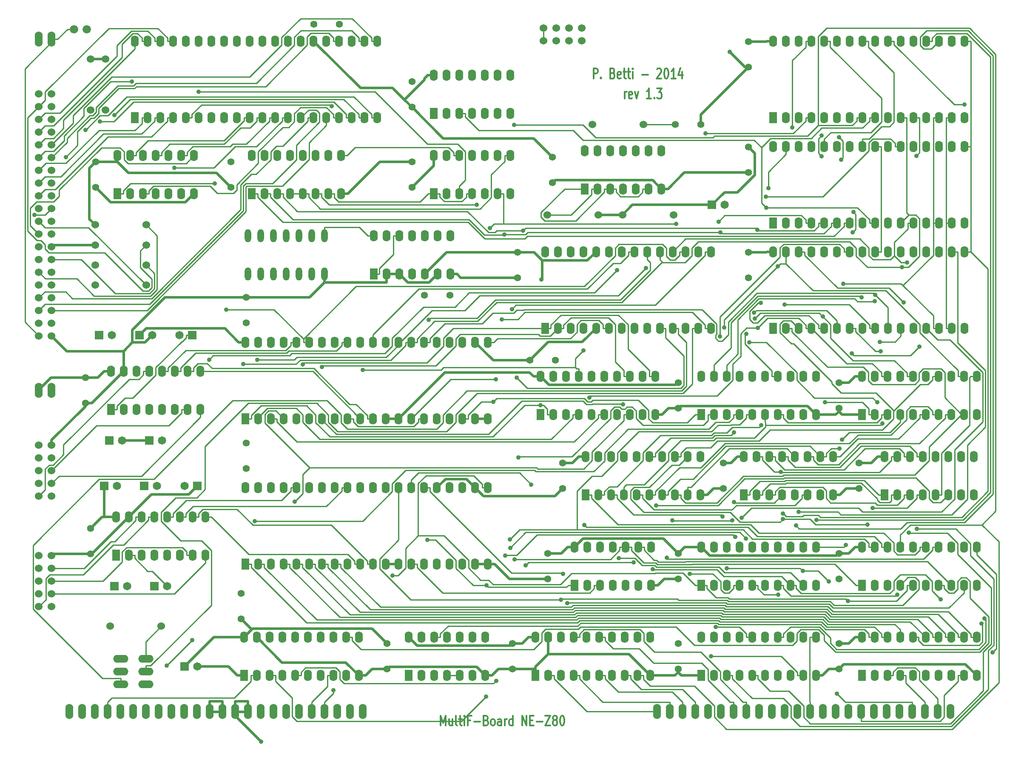
<source format=gtl>
G04 (created by PCBNEW (2013-dec-23)-stable) date dom 04 gen 2015 17:22:54 CET*
%MOIN*%
G04 Gerber Fmt 3.4, Leading zero omitted, Abs format*
%FSLAX34Y34*%
G01*
G70*
G90*
G04 APERTURE LIST*
%ADD10C,0.00590551*%
%ADD11C,0.011811*%
%ADD12C,0.06*%
%ADD13O,0.06X0.12*%
%ADD14O,0.0514X0.1029*%
%ADD15C,0.066*%
%ADD16R,0.062X0.09*%
%ADD17O,0.062X0.09*%
%ADD18C,0.055*%
%ADD19R,0.065X0.065*%
%ADD20C,0.065*%
%ADD21O,0.12X0.06*%
%ADD22C,0.035*%
%ADD23C,0.02*%
%ADD24C,0.01*%
G04 APERTURE END LIST*
G54D10*
G54D11*
X65874Y-38507D02*
X65874Y-37982D01*
X65874Y-38132D02*
X65902Y-38057D01*
X65930Y-38020D01*
X65987Y-37982D01*
X66043Y-37982D01*
X66465Y-38470D02*
X66408Y-38507D01*
X66296Y-38507D01*
X66240Y-38470D01*
X66212Y-38395D01*
X66212Y-38095D01*
X66240Y-38020D01*
X66296Y-37982D01*
X66408Y-37982D01*
X66465Y-38020D01*
X66493Y-38095D01*
X66493Y-38170D01*
X66212Y-38245D01*
X66690Y-37982D02*
X66830Y-38507D01*
X66971Y-37982D01*
X67955Y-38507D02*
X67618Y-38507D01*
X67786Y-38507D02*
X67786Y-37720D01*
X67730Y-37832D01*
X67674Y-37907D01*
X67618Y-37945D01*
X68208Y-38432D02*
X68236Y-38470D01*
X68208Y-38507D01*
X68180Y-38470D01*
X68208Y-38432D01*
X68208Y-38507D01*
X68433Y-37720D02*
X68799Y-37720D01*
X68602Y-38020D01*
X68686Y-38020D01*
X68742Y-38057D01*
X68771Y-38095D01*
X68799Y-38170D01*
X68799Y-38357D01*
X68771Y-38432D01*
X68742Y-38470D01*
X68686Y-38507D01*
X68517Y-38507D01*
X68461Y-38470D01*
X68433Y-38432D01*
X63442Y-36932D02*
X63442Y-36145D01*
X63667Y-36145D01*
X63723Y-36182D01*
X63751Y-36220D01*
X63779Y-36295D01*
X63779Y-36407D01*
X63751Y-36482D01*
X63723Y-36520D01*
X63667Y-36557D01*
X63442Y-36557D01*
X64032Y-36857D02*
X64060Y-36895D01*
X64032Y-36932D01*
X64004Y-36895D01*
X64032Y-36857D01*
X64032Y-36932D01*
X64960Y-36520D02*
X65044Y-36557D01*
X65073Y-36595D01*
X65101Y-36670D01*
X65101Y-36782D01*
X65073Y-36857D01*
X65044Y-36895D01*
X64988Y-36932D01*
X64763Y-36932D01*
X64763Y-36145D01*
X64960Y-36145D01*
X65016Y-36182D01*
X65044Y-36220D01*
X65073Y-36295D01*
X65073Y-36370D01*
X65044Y-36445D01*
X65016Y-36482D01*
X64960Y-36520D01*
X64763Y-36520D01*
X65579Y-36895D02*
X65523Y-36932D01*
X65410Y-36932D01*
X65354Y-36895D01*
X65326Y-36820D01*
X65326Y-36520D01*
X65354Y-36445D01*
X65410Y-36407D01*
X65523Y-36407D01*
X65579Y-36445D01*
X65607Y-36520D01*
X65607Y-36595D01*
X65326Y-36670D01*
X65776Y-36407D02*
X66001Y-36407D01*
X65860Y-36145D02*
X65860Y-36820D01*
X65888Y-36895D01*
X65944Y-36932D01*
X66001Y-36932D01*
X66113Y-36407D02*
X66338Y-36407D01*
X66197Y-36145D02*
X66197Y-36820D01*
X66226Y-36895D01*
X66282Y-36932D01*
X66338Y-36932D01*
X66535Y-36932D02*
X66535Y-36407D01*
X66535Y-36145D02*
X66507Y-36182D01*
X66535Y-36220D01*
X66563Y-36182D01*
X66535Y-36145D01*
X66535Y-36220D01*
X67266Y-36632D02*
X67716Y-36632D01*
X68419Y-36220D02*
X68447Y-36182D01*
X68503Y-36145D01*
X68644Y-36145D01*
X68700Y-36182D01*
X68728Y-36220D01*
X68757Y-36295D01*
X68757Y-36370D01*
X68728Y-36482D01*
X68391Y-36932D01*
X68757Y-36932D01*
X69122Y-36145D02*
X69178Y-36145D01*
X69235Y-36182D01*
X69263Y-36220D01*
X69291Y-36295D01*
X69319Y-36445D01*
X69319Y-36632D01*
X69291Y-36782D01*
X69263Y-36857D01*
X69235Y-36895D01*
X69178Y-36932D01*
X69122Y-36932D01*
X69066Y-36895D01*
X69038Y-36857D01*
X69010Y-36782D01*
X68982Y-36632D01*
X68982Y-36445D01*
X69010Y-36295D01*
X69038Y-36220D01*
X69066Y-36182D01*
X69122Y-36145D01*
X69881Y-36932D02*
X69544Y-36932D01*
X69713Y-36932D02*
X69713Y-36145D01*
X69656Y-36257D01*
X69600Y-36332D01*
X69544Y-36370D01*
X70388Y-36407D02*
X70388Y-36932D01*
X70247Y-36107D02*
X70106Y-36670D01*
X70472Y-36670D01*
X51462Y-87720D02*
X51462Y-86932D01*
X51659Y-87495D01*
X51856Y-86932D01*
X51856Y-87720D01*
X52390Y-87195D02*
X52390Y-87720D01*
X52137Y-87195D02*
X52137Y-87607D01*
X52165Y-87682D01*
X52221Y-87720D01*
X52305Y-87720D01*
X52362Y-87682D01*
X52390Y-87645D01*
X52755Y-87720D02*
X52699Y-87682D01*
X52671Y-87607D01*
X52671Y-86932D01*
X52896Y-87195D02*
X53121Y-87195D01*
X52980Y-86932D02*
X52980Y-87607D01*
X53008Y-87682D01*
X53065Y-87720D01*
X53121Y-87720D01*
X53318Y-87720D02*
X53318Y-87195D01*
X53318Y-86932D02*
X53290Y-86970D01*
X53318Y-87007D01*
X53346Y-86970D01*
X53318Y-86932D01*
X53318Y-87007D01*
X53796Y-87307D02*
X53599Y-87307D01*
X53599Y-87720D02*
X53599Y-86932D01*
X53880Y-86932D01*
X54105Y-87420D02*
X54555Y-87420D01*
X55033Y-87307D02*
X55118Y-87345D01*
X55146Y-87382D01*
X55174Y-87457D01*
X55174Y-87570D01*
X55146Y-87645D01*
X55118Y-87682D01*
X55061Y-87720D01*
X54836Y-87720D01*
X54836Y-86932D01*
X55033Y-86932D01*
X55089Y-86970D01*
X55118Y-87007D01*
X55146Y-87082D01*
X55146Y-87157D01*
X55118Y-87232D01*
X55089Y-87270D01*
X55033Y-87307D01*
X54836Y-87307D01*
X55511Y-87720D02*
X55455Y-87682D01*
X55427Y-87645D01*
X55399Y-87570D01*
X55399Y-87345D01*
X55427Y-87270D01*
X55455Y-87232D01*
X55511Y-87195D01*
X55596Y-87195D01*
X55652Y-87232D01*
X55680Y-87270D01*
X55708Y-87345D01*
X55708Y-87570D01*
X55680Y-87645D01*
X55652Y-87682D01*
X55596Y-87720D01*
X55511Y-87720D01*
X56214Y-87720D02*
X56214Y-87307D01*
X56186Y-87232D01*
X56130Y-87195D01*
X56017Y-87195D01*
X55961Y-87232D01*
X56214Y-87682D02*
X56158Y-87720D01*
X56017Y-87720D01*
X55961Y-87682D01*
X55933Y-87607D01*
X55933Y-87532D01*
X55961Y-87457D01*
X56017Y-87420D01*
X56158Y-87420D01*
X56214Y-87382D01*
X56496Y-87720D02*
X56496Y-87195D01*
X56496Y-87345D02*
X56524Y-87270D01*
X56552Y-87232D01*
X56608Y-87195D01*
X56664Y-87195D01*
X57114Y-87720D02*
X57114Y-86932D01*
X57114Y-87682D02*
X57058Y-87720D01*
X56946Y-87720D01*
X56889Y-87682D01*
X56861Y-87645D01*
X56833Y-87570D01*
X56833Y-87345D01*
X56861Y-87270D01*
X56889Y-87232D01*
X56946Y-87195D01*
X57058Y-87195D01*
X57114Y-87232D01*
X57845Y-87720D02*
X57845Y-86932D01*
X58183Y-87720D01*
X58183Y-86932D01*
X58464Y-87307D02*
X58661Y-87307D01*
X58745Y-87720D02*
X58464Y-87720D01*
X58464Y-86932D01*
X58745Y-86932D01*
X58998Y-87420D02*
X59448Y-87420D01*
X59673Y-86932D02*
X60067Y-86932D01*
X59673Y-87720D01*
X60067Y-87720D01*
X60376Y-87270D02*
X60320Y-87232D01*
X60292Y-87195D01*
X60264Y-87120D01*
X60264Y-87082D01*
X60292Y-87007D01*
X60320Y-86970D01*
X60376Y-86932D01*
X60489Y-86932D01*
X60545Y-86970D01*
X60573Y-87007D01*
X60601Y-87082D01*
X60601Y-87120D01*
X60573Y-87195D01*
X60545Y-87232D01*
X60489Y-87270D01*
X60376Y-87270D01*
X60320Y-87307D01*
X60292Y-87345D01*
X60264Y-87420D01*
X60264Y-87570D01*
X60292Y-87645D01*
X60320Y-87682D01*
X60376Y-87720D01*
X60489Y-87720D01*
X60545Y-87682D01*
X60573Y-87645D01*
X60601Y-87570D01*
X60601Y-87420D01*
X60573Y-87345D01*
X60545Y-87307D01*
X60489Y-87270D01*
X60967Y-86932D02*
X61023Y-86932D01*
X61079Y-86970D01*
X61107Y-87007D01*
X61136Y-87082D01*
X61164Y-87232D01*
X61164Y-87420D01*
X61136Y-87570D01*
X61107Y-87645D01*
X61079Y-87682D01*
X61023Y-87720D01*
X60967Y-87720D01*
X60911Y-87682D01*
X60883Y-87645D01*
X60854Y-87570D01*
X60826Y-87420D01*
X60826Y-87232D01*
X60854Y-87082D01*
X60883Y-87007D01*
X60911Y-86970D01*
X60967Y-86932D01*
G54D12*
X19972Y-38137D03*
X20972Y-38137D03*
X19972Y-39137D03*
X20972Y-39137D03*
X19972Y-40137D03*
X20972Y-40137D03*
X19972Y-41137D03*
X20972Y-41137D03*
X19972Y-42137D03*
X20972Y-42137D03*
X19972Y-43137D03*
X20972Y-43137D03*
X19972Y-44137D03*
X20972Y-44137D03*
X19972Y-45137D03*
X20972Y-45137D03*
X19972Y-46137D03*
X20972Y-46137D03*
X19972Y-47137D03*
X20972Y-47137D03*
X19972Y-48137D03*
X20972Y-48137D03*
X19972Y-49137D03*
X20972Y-49137D03*
X19972Y-50137D03*
X20972Y-50137D03*
X19972Y-51137D03*
X20972Y-51137D03*
X19972Y-52137D03*
X20972Y-52137D03*
X19972Y-53137D03*
X20972Y-53137D03*
X19972Y-54137D03*
X20972Y-54137D03*
X19972Y-55137D03*
X20972Y-55137D03*
X19972Y-56137D03*
X20972Y-56137D03*
X19972Y-57137D03*
X20972Y-57137D03*
X20972Y-69716D03*
X19972Y-69716D03*
X20972Y-68716D03*
X19972Y-68716D03*
X20972Y-67716D03*
X19972Y-67716D03*
X20972Y-66716D03*
X19972Y-66716D03*
X20972Y-65716D03*
X19972Y-65716D03*
X20972Y-78377D03*
X19972Y-78377D03*
X20972Y-77377D03*
X19972Y-77377D03*
X20972Y-76377D03*
X19972Y-76377D03*
X20972Y-75377D03*
X19972Y-75377D03*
X20972Y-74377D03*
X19972Y-74377D03*
G54D13*
X19972Y-33858D03*
X20972Y-33858D03*
X19972Y-61417D03*
X20972Y-61417D03*
G54D14*
X36370Y-52287D03*
X37370Y-52287D03*
X38370Y-52287D03*
X39370Y-52287D03*
X40370Y-52287D03*
X41370Y-52287D03*
X42370Y-52287D03*
X42370Y-49287D03*
X41370Y-49287D03*
X40370Y-49287D03*
X39370Y-49287D03*
X38370Y-49287D03*
X37370Y-49287D03*
X36370Y-49287D03*
G54D15*
X23728Y-33070D03*
X22728Y-33070D03*
G54D16*
X36169Y-63629D03*
G54D17*
X37169Y-63629D03*
X38169Y-63629D03*
X39169Y-63629D03*
X40169Y-63629D03*
X41169Y-63629D03*
X42169Y-63629D03*
X43169Y-63629D03*
X44169Y-63629D03*
X45169Y-63629D03*
X46169Y-63629D03*
X47169Y-63629D03*
X48169Y-63629D03*
X49169Y-63629D03*
X50169Y-63629D03*
X51169Y-63629D03*
X52169Y-63629D03*
X53169Y-63629D03*
X54169Y-63629D03*
X55169Y-63629D03*
X55169Y-57629D03*
X54169Y-57629D03*
X53169Y-57629D03*
X52169Y-57629D03*
X51169Y-57629D03*
X50169Y-57629D03*
X49169Y-57629D03*
X48169Y-57629D03*
X47169Y-57629D03*
X46169Y-57629D03*
X45169Y-57629D03*
X44169Y-57629D03*
X43169Y-57629D03*
X42169Y-57629D03*
X41169Y-57629D03*
X40169Y-57629D03*
X39169Y-57629D03*
X38169Y-57629D03*
X37169Y-57629D03*
X36169Y-57629D03*
G54D16*
X27507Y-40007D03*
G54D17*
X28507Y-40007D03*
X29507Y-40007D03*
X30507Y-40007D03*
X31507Y-40007D03*
X32507Y-40007D03*
X33507Y-40007D03*
X34507Y-40007D03*
X35507Y-40007D03*
X36507Y-40007D03*
X37507Y-40007D03*
X38507Y-40007D03*
X39507Y-40007D03*
X40507Y-40007D03*
X41507Y-40007D03*
X42507Y-40007D03*
X43507Y-40007D03*
X44507Y-40007D03*
X45507Y-40007D03*
X46507Y-40007D03*
X46507Y-34007D03*
X45507Y-34007D03*
X44507Y-34007D03*
X43507Y-34007D03*
X42507Y-34007D03*
X41507Y-34007D03*
X40507Y-34007D03*
X39507Y-34007D03*
X38507Y-34007D03*
X37507Y-34007D03*
X36507Y-34007D03*
X35507Y-34007D03*
X34507Y-34007D03*
X33507Y-34007D03*
X32507Y-34007D03*
X31507Y-34007D03*
X30507Y-34007D03*
X29507Y-34007D03*
X28507Y-34007D03*
X27507Y-34007D03*
G54D16*
X36169Y-75047D03*
G54D17*
X37169Y-75047D03*
X38169Y-75047D03*
X39169Y-75047D03*
X40169Y-75047D03*
X41169Y-75047D03*
X42169Y-75047D03*
X43169Y-75047D03*
X44169Y-75047D03*
X45169Y-75047D03*
X46169Y-75047D03*
X47169Y-75047D03*
X48169Y-75047D03*
X49169Y-75047D03*
X50169Y-75047D03*
X51169Y-75047D03*
X52169Y-75047D03*
X53169Y-75047D03*
X54169Y-75047D03*
X55169Y-75047D03*
X55169Y-69047D03*
X54169Y-69047D03*
X53169Y-69047D03*
X52169Y-69047D03*
X51169Y-69047D03*
X50169Y-69047D03*
X49169Y-69047D03*
X48169Y-69047D03*
X47169Y-69047D03*
X46169Y-69047D03*
X45169Y-69047D03*
X44169Y-69047D03*
X43169Y-69047D03*
X42169Y-69047D03*
X41169Y-69047D03*
X40169Y-69047D03*
X39169Y-69047D03*
X38169Y-69047D03*
X37169Y-69047D03*
X36169Y-69047D03*
G54D16*
X77539Y-56543D03*
G54D17*
X78539Y-56543D03*
X79539Y-56543D03*
X80539Y-56543D03*
X81539Y-56543D03*
X82539Y-56543D03*
X83539Y-56543D03*
X84539Y-56543D03*
X85539Y-56543D03*
X86539Y-56543D03*
X87539Y-56543D03*
X88539Y-56543D03*
X89539Y-56543D03*
X90539Y-56543D03*
X91539Y-56543D03*
X92539Y-56543D03*
X92539Y-50543D03*
X91539Y-50543D03*
X90539Y-50543D03*
X89539Y-50543D03*
X88539Y-50543D03*
X87539Y-50543D03*
X86539Y-50543D03*
X85539Y-50543D03*
X84539Y-50543D03*
X83539Y-50543D03*
X82539Y-50543D03*
X81539Y-50543D03*
X80539Y-50543D03*
X79539Y-50543D03*
X78539Y-50543D03*
X77539Y-50543D03*
G54D16*
X77539Y-40007D03*
G54D17*
X78539Y-40007D03*
X79539Y-40007D03*
X80539Y-40007D03*
X81539Y-40007D03*
X82539Y-40007D03*
X83539Y-40007D03*
X84539Y-40007D03*
X85539Y-40007D03*
X86539Y-40007D03*
X87539Y-40007D03*
X88539Y-40007D03*
X89539Y-40007D03*
X90539Y-40007D03*
X91539Y-40007D03*
X92539Y-40007D03*
X92539Y-34007D03*
X91539Y-34007D03*
X90539Y-34007D03*
X89539Y-34007D03*
X88539Y-34007D03*
X87539Y-34007D03*
X86539Y-34007D03*
X85539Y-34007D03*
X84539Y-34007D03*
X83539Y-34007D03*
X82539Y-34007D03*
X81539Y-34007D03*
X80539Y-34007D03*
X79539Y-34007D03*
X78539Y-34007D03*
X77539Y-34007D03*
G54D16*
X77539Y-48275D03*
G54D17*
X78539Y-48275D03*
X79539Y-48275D03*
X80539Y-48275D03*
X81539Y-48275D03*
X82539Y-48275D03*
X83539Y-48275D03*
X84539Y-48275D03*
X85539Y-48275D03*
X86539Y-48275D03*
X87539Y-48275D03*
X88539Y-48275D03*
X89539Y-48275D03*
X90539Y-48275D03*
X91539Y-48275D03*
X92539Y-48275D03*
X92539Y-42275D03*
X91539Y-42275D03*
X90539Y-42275D03*
X89539Y-42275D03*
X88539Y-42275D03*
X87539Y-42275D03*
X86539Y-42275D03*
X85539Y-42275D03*
X84539Y-42275D03*
X83539Y-42275D03*
X82539Y-42275D03*
X81539Y-42275D03*
X80539Y-42275D03*
X79539Y-42275D03*
X78539Y-42275D03*
X77539Y-42275D03*
G54D16*
X84476Y-83783D03*
G54D17*
X85476Y-83783D03*
X86476Y-83783D03*
X87476Y-83783D03*
X88476Y-83783D03*
X89476Y-83783D03*
X90476Y-83783D03*
X91476Y-83783D03*
X92476Y-83783D03*
X93476Y-83783D03*
X93476Y-80783D03*
X92476Y-80783D03*
X91476Y-80783D03*
X90476Y-80783D03*
X89476Y-80783D03*
X88476Y-80783D03*
X87476Y-80783D03*
X86476Y-80783D03*
X85476Y-80783D03*
X84476Y-80783D03*
G54D16*
X59279Y-63311D03*
G54D17*
X60279Y-63311D03*
X61279Y-63311D03*
X62279Y-63311D03*
X63279Y-63311D03*
X64279Y-63311D03*
X65279Y-63311D03*
X66279Y-63311D03*
X67279Y-63311D03*
X68279Y-63311D03*
X68279Y-60311D03*
X67279Y-60311D03*
X66279Y-60311D03*
X65279Y-60311D03*
X64279Y-60311D03*
X63279Y-60311D03*
X62279Y-60311D03*
X61279Y-60311D03*
X60279Y-60311D03*
X59279Y-60311D03*
G54D16*
X71877Y-63311D03*
G54D17*
X72877Y-63311D03*
X73877Y-63311D03*
X74877Y-63311D03*
X75877Y-63311D03*
X76877Y-63311D03*
X77877Y-63311D03*
X78877Y-63311D03*
X79877Y-63311D03*
X80877Y-63311D03*
X80877Y-60311D03*
X79877Y-60311D03*
X78877Y-60311D03*
X77877Y-60311D03*
X76877Y-60311D03*
X75877Y-60311D03*
X74877Y-60311D03*
X73877Y-60311D03*
X72877Y-60311D03*
X71877Y-60311D03*
G54D16*
X71877Y-76696D03*
G54D17*
X72877Y-76696D03*
X73877Y-76696D03*
X74877Y-76696D03*
X75877Y-76696D03*
X76877Y-76696D03*
X77877Y-76696D03*
X78877Y-76696D03*
X79877Y-76696D03*
X80877Y-76696D03*
X80877Y-73696D03*
X79877Y-73696D03*
X78877Y-73696D03*
X77877Y-73696D03*
X76877Y-73696D03*
X75877Y-73696D03*
X74877Y-73696D03*
X73877Y-73696D03*
X72877Y-73696D03*
X71877Y-73696D03*
G54D16*
X62822Y-69610D03*
G54D17*
X63822Y-69610D03*
X64822Y-69610D03*
X65822Y-69610D03*
X66822Y-69610D03*
X67822Y-69610D03*
X68822Y-69610D03*
X69822Y-69610D03*
X70822Y-69610D03*
X71822Y-69610D03*
X71822Y-66610D03*
X70822Y-66610D03*
X69822Y-66610D03*
X68822Y-66610D03*
X67822Y-66610D03*
X66822Y-66610D03*
X65822Y-66610D03*
X64822Y-66610D03*
X63822Y-66610D03*
X62822Y-66610D03*
G54D16*
X84476Y-63311D03*
G54D17*
X85476Y-63311D03*
X86476Y-63311D03*
X87476Y-63311D03*
X88476Y-63311D03*
X89476Y-63311D03*
X90476Y-63311D03*
X91476Y-63311D03*
X92476Y-63311D03*
X93476Y-63311D03*
X93476Y-60311D03*
X92476Y-60311D03*
X91476Y-60311D03*
X90476Y-60311D03*
X89476Y-60311D03*
X88476Y-60311D03*
X87476Y-60311D03*
X86476Y-60311D03*
X85476Y-60311D03*
X84476Y-60311D03*
G54D16*
X84476Y-76696D03*
G54D17*
X85476Y-76696D03*
X86476Y-76696D03*
X87476Y-76696D03*
X88476Y-76696D03*
X89476Y-76696D03*
X90476Y-76696D03*
X91476Y-76696D03*
X92476Y-76696D03*
X93476Y-76696D03*
X93476Y-73696D03*
X92476Y-73696D03*
X91476Y-73696D03*
X90476Y-73696D03*
X89476Y-73696D03*
X88476Y-73696D03*
X87476Y-73696D03*
X86476Y-73696D03*
X85476Y-73696D03*
X84476Y-73696D03*
G54D16*
X36051Y-83783D03*
G54D17*
X37051Y-83783D03*
X38051Y-83783D03*
X39051Y-83783D03*
X40051Y-83783D03*
X41051Y-83783D03*
X42051Y-83783D03*
X43051Y-83783D03*
X44051Y-83783D03*
X45051Y-83783D03*
X45051Y-80783D03*
X44051Y-80783D03*
X43051Y-80783D03*
X42051Y-80783D03*
X41051Y-80783D03*
X40051Y-80783D03*
X39051Y-80783D03*
X38051Y-80783D03*
X37051Y-80783D03*
X36051Y-80783D03*
G54D16*
X58885Y-83783D03*
G54D17*
X59885Y-83783D03*
X60885Y-83783D03*
X61885Y-83783D03*
X62885Y-83783D03*
X63885Y-83783D03*
X64885Y-83783D03*
X65885Y-83783D03*
X66885Y-83783D03*
X67885Y-83783D03*
X67885Y-80783D03*
X66885Y-80783D03*
X65885Y-80783D03*
X64885Y-80783D03*
X63885Y-80783D03*
X62885Y-80783D03*
X61885Y-80783D03*
X60885Y-80783D03*
X59885Y-80783D03*
X58885Y-80783D03*
G54D16*
X71877Y-83783D03*
G54D17*
X72877Y-83783D03*
X73877Y-83783D03*
X74877Y-83783D03*
X75877Y-83783D03*
X76877Y-83783D03*
X77877Y-83783D03*
X78877Y-83783D03*
X79877Y-83783D03*
X80877Y-83783D03*
X80877Y-80783D03*
X79877Y-80783D03*
X78877Y-80783D03*
X77877Y-80783D03*
X76877Y-80783D03*
X75877Y-80783D03*
X74877Y-80783D03*
X73877Y-80783D03*
X72877Y-80783D03*
X71877Y-80783D03*
G54D16*
X26027Y-74334D03*
G54D17*
X27027Y-74334D03*
X28027Y-74334D03*
X29027Y-74334D03*
X30027Y-74334D03*
X31027Y-74334D03*
X32027Y-74334D03*
X33027Y-74334D03*
X33027Y-71334D03*
X32027Y-71334D03*
X31027Y-71334D03*
X30027Y-71334D03*
X29027Y-71334D03*
X28027Y-71334D03*
X27027Y-71334D03*
X26027Y-71334D03*
G54D16*
X25633Y-62917D03*
G54D17*
X26633Y-62917D03*
X27633Y-62917D03*
X28633Y-62917D03*
X29633Y-62917D03*
X30633Y-62917D03*
X31633Y-62917D03*
X32633Y-62917D03*
X32633Y-59917D03*
X31633Y-59917D03*
X30633Y-59917D03*
X29633Y-59917D03*
X28633Y-59917D03*
X27633Y-59917D03*
X26633Y-59917D03*
X25633Y-59917D03*
G54D16*
X36657Y-45988D03*
G54D17*
X37657Y-45988D03*
X38657Y-45988D03*
X39657Y-45988D03*
X40657Y-45988D03*
X41657Y-45988D03*
X42657Y-45988D03*
X43657Y-45988D03*
X43657Y-42988D03*
X42657Y-42988D03*
X41657Y-42988D03*
X40657Y-42988D03*
X39657Y-42988D03*
X38657Y-42988D03*
X37657Y-42988D03*
X36657Y-42988D03*
G54D16*
X75240Y-69610D03*
G54D17*
X76240Y-69610D03*
X77240Y-69610D03*
X78240Y-69610D03*
X79240Y-69610D03*
X80240Y-69610D03*
X81240Y-69610D03*
X82240Y-69610D03*
X82240Y-66610D03*
X81240Y-66610D03*
X80240Y-66610D03*
X79240Y-66610D03*
X78240Y-66610D03*
X77240Y-66610D03*
X76240Y-66610D03*
X75240Y-66610D03*
G54D16*
X86263Y-69610D03*
G54D17*
X87263Y-69610D03*
X88263Y-69610D03*
X89263Y-69610D03*
X90263Y-69610D03*
X91263Y-69610D03*
X92263Y-69610D03*
X93263Y-69610D03*
X93263Y-66610D03*
X92263Y-66610D03*
X91263Y-66610D03*
X90263Y-66610D03*
X89263Y-66610D03*
X88263Y-66610D03*
X87263Y-66610D03*
X86263Y-66610D03*
G54D16*
X61960Y-76696D03*
G54D17*
X62960Y-76696D03*
X63960Y-76696D03*
X64960Y-76696D03*
X65960Y-76696D03*
X66960Y-76696D03*
X67960Y-76696D03*
X67960Y-73696D03*
X66960Y-73696D03*
X65960Y-73696D03*
X64960Y-73696D03*
X63960Y-73696D03*
X62960Y-73696D03*
X61960Y-73696D03*
G54D16*
X50937Y-39688D03*
G54D17*
X51937Y-39688D03*
X52937Y-39688D03*
X53937Y-39688D03*
X54937Y-39688D03*
X55937Y-39688D03*
X56937Y-39688D03*
X56937Y-36688D03*
X55937Y-36688D03*
X54937Y-36688D03*
X53937Y-36688D03*
X52937Y-36688D03*
X51937Y-36688D03*
X50937Y-36688D03*
G54D16*
X46212Y-52287D03*
G54D17*
X47212Y-52287D03*
X48212Y-52287D03*
X49212Y-52287D03*
X50212Y-52287D03*
X51212Y-52287D03*
X52212Y-52287D03*
X52212Y-49287D03*
X51212Y-49287D03*
X50212Y-49287D03*
X49212Y-49287D03*
X48212Y-49287D03*
X47212Y-49287D03*
X46212Y-49287D03*
G54D16*
X48968Y-83783D03*
G54D17*
X49968Y-83783D03*
X50968Y-83783D03*
X51968Y-83783D03*
X52968Y-83783D03*
X53968Y-83783D03*
X54968Y-83783D03*
X54968Y-80783D03*
X53968Y-80783D03*
X52968Y-80783D03*
X51968Y-80783D03*
X50968Y-80783D03*
X49968Y-80783D03*
X48968Y-80783D03*
G54D16*
X62748Y-45594D03*
G54D17*
X63748Y-45594D03*
X64748Y-45594D03*
X65748Y-45594D03*
X66748Y-45594D03*
X67748Y-45594D03*
X68748Y-45594D03*
X68748Y-42594D03*
X67748Y-42594D03*
X66748Y-42594D03*
X65748Y-42594D03*
X64748Y-42594D03*
X63748Y-42594D03*
X62748Y-42594D03*
G54D16*
X50937Y-45988D03*
G54D17*
X51937Y-45988D03*
X52937Y-45988D03*
X53937Y-45988D03*
X54937Y-45988D03*
X55937Y-45988D03*
X56937Y-45988D03*
X56937Y-42988D03*
X55937Y-42988D03*
X54937Y-42988D03*
X53937Y-42988D03*
X52937Y-42988D03*
X51937Y-42988D03*
X50937Y-42988D03*
G54D16*
X26133Y-45988D03*
G54D17*
X27133Y-45988D03*
X28133Y-45988D03*
X29133Y-45988D03*
X30133Y-45988D03*
X31133Y-45988D03*
X32133Y-45988D03*
X32133Y-42988D03*
X31133Y-42988D03*
X30133Y-42988D03*
X29133Y-42988D03*
X28133Y-42988D03*
X27133Y-42988D03*
X26133Y-42988D03*
G54D18*
X41519Y-32677D03*
X43519Y-32677D03*
X24409Y-43488D03*
X24409Y-45488D03*
X50181Y-53937D03*
X52181Y-53937D03*
X36220Y-56118D03*
X36220Y-54118D03*
X24015Y-72228D03*
X24015Y-74228D03*
X75590Y-42307D03*
X75590Y-44307D03*
X61023Y-67110D03*
X61023Y-69110D03*
X35826Y-79346D03*
X35826Y-77346D03*
X57086Y-81283D03*
X57086Y-83283D03*
X70078Y-81283D03*
X70078Y-83283D03*
X82677Y-81283D03*
X82677Y-83283D03*
X60236Y-43094D03*
X60236Y-45094D03*
X59842Y-74196D03*
X59842Y-76196D03*
X60448Y-59055D03*
X58448Y-59055D03*
X36220Y-67535D03*
X36220Y-65535D03*
X23622Y-60417D03*
X23622Y-62417D03*
X70078Y-60811D03*
X70078Y-62811D03*
X82677Y-60811D03*
X82677Y-62811D03*
X73622Y-67110D03*
X73622Y-69110D03*
X84251Y-67110D03*
X84251Y-69110D03*
X70078Y-74196D03*
X70078Y-76196D03*
X82677Y-74196D03*
X82677Y-76196D03*
X35039Y-45488D03*
X35039Y-43488D03*
X49212Y-39188D03*
X49212Y-37188D03*
X49212Y-45488D03*
X49212Y-43488D03*
X47244Y-81283D03*
X47244Y-83283D03*
X57480Y-50574D03*
X57480Y-52574D03*
X75590Y-34039D03*
X75590Y-36039D03*
X75590Y-50574D03*
X75590Y-52574D03*
G54D19*
X24696Y-57086D03*
G54D20*
X25696Y-57086D03*
G54D19*
X32389Y-68897D03*
G54D20*
X31389Y-68897D03*
G54D19*
X27846Y-57086D03*
G54D20*
X28846Y-57086D03*
G54D19*
X25090Y-68897D03*
G54D20*
X26090Y-68897D03*
G54D19*
X28240Y-68897D03*
G54D20*
X29240Y-68897D03*
G54D19*
X31996Y-57086D03*
G54D20*
X30996Y-57086D03*
G54D19*
X28633Y-65354D03*
G54D20*
X29633Y-65354D03*
G54D19*
X25484Y-65354D03*
G54D20*
X26484Y-65354D03*
G54D19*
X29027Y-76771D03*
G54D20*
X30027Y-76771D03*
G54D19*
X25877Y-76771D03*
G54D20*
X26877Y-76771D03*
G54D12*
X59523Y-33964D03*
X59523Y-32964D03*
X60523Y-33964D03*
X60523Y-32964D03*
X61523Y-33964D03*
X61523Y-32964D03*
X62523Y-33964D03*
X62523Y-32964D03*
G54D13*
X68421Y-86614D03*
X69421Y-86614D03*
X70421Y-86614D03*
X71421Y-86614D03*
X72421Y-86614D03*
X73421Y-86614D03*
X74421Y-86614D03*
X75421Y-86614D03*
X76421Y-86614D03*
X77421Y-86614D03*
X78421Y-86614D03*
X79421Y-86614D03*
X80421Y-86614D03*
X81421Y-86614D03*
X82421Y-86614D03*
X83421Y-86614D03*
X84421Y-86614D03*
X85421Y-86614D03*
X86421Y-86614D03*
X87421Y-86614D03*
X88421Y-86614D03*
X89421Y-86614D03*
X90421Y-86614D03*
X91421Y-86614D03*
X22358Y-86614D03*
X23358Y-86614D03*
X24358Y-86614D03*
X25358Y-86614D03*
X26358Y-86614D03*
X27358Y-86614D03*
X28358Y-86614D03*
X29358Y-86614D03*
X30358Y-86614D03*
X31358Y-86614D03*
X32358Y-86614D03*
X33358Y-86614D03*
X34358Y-86614D03*
X35358Y-86614D03*
X36358Y-86614D03*
X37358Y-86614D03*
X38358Y-86614D03*
X39358Y-86614D03*
X40358Y-86614D03*
X41358Y-86614D03*
X42358Y-86614D03*
X43358Y-86614D03*
X44358Y-86614D03*
X45358Y-86614D03*
G54D21*
X26377Y-84464D03*
X26377Y-83464D03*
X26377Y-82464D03*
X28346Y-84464D03*
X28346Y-83464D03*
X28346Y-82464D03*
G54D16*
X59641Y-56543D03*
G54D17*
X60641Y-56543D03*
X61641Y-56543D03*
X62641Y-56543D03*
X63641Y-56543D03*
X64641Y-56543D03*
X65641Y-56543D03*
X66641Y-56543D03*
X67641Y-56543D03*
X68641Y-56543D03*
X69641Y-56543D03*
X70641Y-56543D03*
X71641Y-56543D03*
X72641Y-56543D03*
X72641Y-50543D03*
X71641Y-50543D03*
X70641Y-50543D03*
X69641Y-50543D03*
X68641Y-50543D03*
X67641Y-50543D03*
X66641Y-50543D03*
X65641Y-50543D03*
X64641Y-50543D03*
X63641Y-50543D03*
X62641Y-50543D03*
X61641Y-50543D03*
X60641Y-50543D03*
X59641Y-50543D03*
G54D12*
X59811Y-47637D03*
X63811Y-47637D03*
X24377Y-51574D03*
X28377Y-51574D03*
X24377Y-50000D03*
X28377Y-50000D03*
X25196Y-39401D03*
X25196Y-35401D03*
X24015Y-39401D03*
X24015Y-35401D03*
X24377Y-48425D03*
X28377Y-48425D03*
X24377Y-53149D03*
X28377Y-53149D03*
X65716Y-47637D03*
X69716Y-47637D03*
X25559Y-79921D03*
X29559Y-79921D03*
X63354Y-40551D03*
X67354Y-40551D03*
G54D18*
X69866Y-40551D03*
X71866Y-40551D03*
G54D19*
X72728Y-46850D03*
G54D20*
X73728Y-46850D03*
G54D19*
X31389Y-83070D03*
G54D20*
X32389Y-83070D03*
G54D22*
X59373Y-52710D03*
X55781Y-60555D03*
X55327Y-48660D03*
X69919Y-48329D03*
X32507Y-37986D03*
X55046Y-76712D03*
X50436Y-73127D03*
X65306Y-51979D03*
X33320Y-59000D03*
X32000Y-81000D03*
X30000Y-83000D03*
X56897Y-73121D03*
X56536Y-74360D03*
X74557Y-72921D03*
X84465Y-54106D03*
X56914Y-73764D03*
X75407Y-73033D03*
X59284Y-62561D03*
X93855Y-79713D03*
X40035Y-70157D03*
X40646Y-59361D03*
X42142Y-59561D03*
X65756Y-62508D03*
X62641Y-58281D03*
X45355Y-59814D03*
X19632Y-47650D03*
X57415Y-60400D03*
X58111Y-75153D03*
X66594Y-74913D03*
X50522Y-55881D03*
X56254Y-55832D03*
X54305Y-46837D03*
X57253Y-74673D03*
X73243Y-48166D03*
X72228Y-41237D03*
X63114Y-61982D03*
X76309Y-56512D03*
X74460Y-64724D03*
X81414Y-55613D03*
X76091Y-55774D03*
X79039Y-40789D03*
X77886Y-51681D03*
X77143Y-45554D03*
X73688Y-56481D03*
X87758Y-54507D03*
X86087Y-63997D03*
X76589Y-64149D03*
X75053Y-71412D03*
X83037Y-53037D03*
X83682Y-58494D03*
X88977Y-57980D03*
X78298Y-71068D03*
X79522Y-70958D03*
X79317Y-72005D03*
X80935Y-71559D03*
X83238Y-73555D03*
X55033Y-85437D03*
X57573Y-66675D03*
X27253Y-37183D03*
X24767Y-40311D03*
X25883Y-39811D03*
X23614Y-40970D03*
X22077Y-43102D03*
X30593Y-43933D03*
X83399Y-77951D03*
X42910Y-39101D03*
X47699Y-75950D03*
X36898Y-71666D03*
X33755Y-45160D03*
X34643Y-55074D03*
X75648Y-57634D03*
X85675Y-62344D03*
X55578Y-62306D03*
X60885Y-77834D03*
X88029Y-51374D03*
X88742Y-43014D03*
X37085Y-59008D03*
X67550Y-51816D03*
X87638Y-51752D03*
X35994Y-59326D03*
X85876Y-57606D03*
X58564Y-68799D03*
X94088Y-79310D03*
X92510Y-38985D03*
X74318Y-71614D03*
X69609Y-71615D03*
X72662Y-82269D03*
X78108Y-67793D03*
X88148Y-72564D03*
X88803Y-72284D03*
X85538Y-53906D03*
X61070Y-75815D03*
X78422Y-54688D03*
X76986Y-47070D03*
X69193Y-74537D03*
X57226Y-40571D03*
X85955Y-58347D03*
X62714Y-71983D03*
X94723Y-81959D03*
X56458Y-49185D03*
X82853Y-43302D03*
X82705Y-41540D03*
X73398Y-48998D03*
X76039Y-55324D03*
X61400Y-78096D03*
X81334Y-43049D03*
X81339Y-41408D03*
X76281Y-48798D03*
X76573Y-54552D03*
X57926Y-48860D03*
X73027Y-79988D03*
X73363Y-57190D03*
X83741Y-49018D03*
X83809Y-47408D03*
X57046Y-55028D03*
X55808Y-84202D03*
X73557Y-71315D03*
X74444Y-70175D03*
X81877Y-76410D03*
X73877Y-75369D03*
X79858Y-75588D03*
X82719Y-65972D03*
X70981Y-75794D03*
X77940Y-77433D03*
X82535Y-85222D03*
X84933Y-71936D03*
X78305Y-71518D03*
X85314Y-70631D03*
X68362Y-70436D03*
X87243Y-77435D03*
X90642Y-77807D03*
X68107Y-75457D03*
X65427Y-74566D03*
X37401Y-88976D03*
X74114Y-34842D03*
X43061Y-84943D03*
X82914Y-65266D03*
X81579Y-62357D03*
X85500Y-54421D03*
X75439Y-56964D03*
X76960Y-46208D03*
G54D23*
X24015Y-35401D02*
X25196Y-35401D01*
X34358Y-85795D02*
X33358Y-85795D01*
X33358Y-86614D02*
X33358Y-85795D01*
X34358Y-86614D02*
X34358Y-85795D01*
X76979Y-34039D02*
X77010Y-34007D01*
X75590Y-34039D02*
X76979Y-34039D01*
X77539Y-34007D02*
X77010Y-34007D01*
X71877Y-73696D02*
X71349Y-73696D01*
X25633Y-59917D02*
X25105Y-59917D01*
X58885Y-80783D02*
X58357Y-80783D01*
X48169Y-75047D02*
X47169Y-75047D01*
X48169Y-63629D02*
X47169Y-63629D01*
X60932Y-74196D02*
X61432Y-73696D01*
X59842Y-74196D02*
X60932Y-74196D01*
X61960Y-73696D02*
X61432Y-73696D01*
X76979Y-50574D02*
X77010Y-50543D01*
X75590Y-50574D02*
X76979Y-50574D01*
X77539Y-50543D02*
X77010Y-50543D01*
X26133Y-42988D02*
X26133Y-43488D01*
X51654Y-41631D02*
X49212Y-39188D01*
X58773Y-41631D02*
X51654Y-41631D01*
X60236Y-43094D02*
X58773Y-41631D01*
X50937Y-36688D02*
X50408Y-36688D01*
X83447Y-60811D02*
X83947Y-60311D01*
X82677Y-60811D02*
X83447Y-60811D01*
X84476Y-60311D02*
X83947Y-60311D01*
X70578Y-73696D02*
X71349Y-73696D01*
X70078Y-74196D02*
X70578Y-73696D01*
X24409Y-43488D02*
X26133Y-43488D01*
X23914Y-47962D02*
X24377Y-48425D01*
X23914Y-43982D02*
X23914Y-47962D01*
X24409Y-43488D02*
X23914Y-43982D01*
X33677Y-80783D02*
X31389Y-83070D01*
X36051Y-80783D02*
X33677Y-80783D01*
X76094Y-42811D02*
X75590Y-42307D01*
X76094Y-44512D02*
X76094Y-42811D01*
X74740Y-45867D02*
X76094Y-44512D01*
X73711Y-45867D02*
X74740Y-45867D01*
X72728Y-46850D02*
X73711Y-45867D01*
X83447Y-81283D02*
X83947Y-80783D01*
X82677Y-81283D02*
X83447Y-81283D01*
X84476Y-80783D02*
X83947Y-80783D01*
X51925Y-50574D02*
X50212Y-52287D01*
X57480Y-50574D02*
X51925Y-50574D01*
X57857Y-81283D02*
X57086Y-81283D01*
X58357Y-80783D02*
X57857Y-81283D01*
X49639Y-81454D02*
X48968Y-80783D01*
X56915Y-81454D02*
X49639Y-81454D01*
X57086Y-81283D02*
X56915Y-81454D01*
X74211Y-67110D02*
X74711Y-66610D01*
X73622Y-67110D02*
X74211Y-67110D01*
X75240Y-66610D02*
X74711Y-66610D01*
X68909Y-73027D02*
X70078Y-74196D01*
X62629Y-73027D02*
X68909Y-73027D01*
X61960Y-73696D02*
X62629Y-73027D01*
X63811Y-47637D02*
X65716Y-47637D01*
X66503Y-46850D02*
X72728Y-46850D01*
X65716Y-47637D02*
X66503Y-46850D01*
X83447Y-74196D02*
X83947Y-73696D01*
X82677Y-74196D02*
X83447Y-74196D01*
X84476Y-73696D02*
X83947Y-73696D01*
X24605Y-60417D02*
X23622Y-60417D01*
X25105Y-59917D02*
X24605Y-60417D01*
X19972Y-61381D02*
X19972Y-61417D01*
X20936Y-60417D02*
X19972Y-61381D01*
X23622Y-60417D02*
X20936Y-60417D01*
X33888Y-44336D02*
X35039Y-45488D01*
X26982Y-44336D02*
X33888Y-44336D01*
X26133Y-43488D02*
X26982Y-44336D01*
X36657Y-80177D02*
X35826Y-79346D01*
X36720Y-80114D02*
X36657Y-80177D01*
X46075Y-80114D02*
X36720Y-80114D01*
X47244Y-81283D02*
X46075Y-80114D01*
X36657Y-80177D02*
X36051Y-80783D01*
X50937Y-43763D02*
X49212Y-45488D01*
X50937Y-42988D02*
X50937Y-43763D01*
X58785Y-50574D02*
X59422Y-51211D01*
X58785Y-50574D02*
X58785Y-50574D01*
X57480Y-50574D02*
X58785Y-50574D01*
X62973Y-51211D02*
X63641Y-50543D01*
X59422Y-51211D02*
X62973Y-51211D01*
X50408Y-36722D02*
X50408Y-36688D01*
X50194Y-36936D02*
X50408Y-36722D01*
X50194Y-37055D02*
X50194Y-36936D01*
X48637Y-38613D02*
X50194Y-37055D01*
X47706Y-37682D02*
X48637Y-38613D01*
X45182Y-37682D02*
X47706Y-37682D01*
X41507Y-34007D02*
X45182Y-37682D01*
X48637Y-38613D02*
X49212Y-39188D01*
X72547Y-74366D02*
X71877Y-73696D01*
X82507Y-74366D02*
X72547Y-74366D01*
X82677Y-74196D02*
X82507Y-74366D01*
X85235Y-67110D02*
X85735Y-66610D01*
X84251Y-67110D02*
X85235Y-67110D01*
X86263Y-66610D02*
X85735Y-66610D01*
X59422Y-52661D02*
X59422Y-51211D01*
X59373Y-52710D02*
X59422Y-52661D01*
X62822Y-66610D02*
X62294Y-66610D01*
X61794Y-67110D02*
X62294Y-66610D01*
X61023Y-67110D02*
X61794Y-67110D01*
X25090Y-68897D02*
X25090Y-69441D01*
X25090Y-69441D02*
X25090Y-71334D01*
X24909Y-71334D02*
X25090Y-71334D01*
X24015Y-72228D02*
X24909Y-71334D01*
X25090Y-71334D02*
X26027Y-71334D01*
X34553Y-56542D02*
X35640Y-57629D01*
X28390Y-56542D02*
X34553Y-56542D01*
X27846Y-57086D02*
X28390Y-56542D01*
X36169Y-57629D02*
X35640Y-57629D01*
X59957Y-60988D02*
X59279Y-60311D01*
X69900Y-60988D02*
X59957Y-60988D01*
X70078Y-60811D02*
X69900Y-60988D01*
X51803Y-59996D02*
X48169Y-63629D01*
X58436Y-59996D02*
X51803Y-59996D01*
X58750Y-60311D02*
X58436Y-59996D01*
X59279Y-60311D02*
X58750Y-60311D01*
G54D24*
X49629Y-75300D02*
X49629Y-75047D01*
X51626Y-77297D02*
X49629Y-75300D01*
X63158Y-77297D02*
X51626Y-77297D01*
X63500Y-76955D02*
X63158Y-77297D01*
X63500Y-76696D02*
X63500Y-76955D01*
X63960Y-76696D02*
X63500Y-76696D01*
X49169Y-75047D02*
X49629Y-75047D01*
X52244Y-60555D02*
X49169Y-63629D01*
X55781Y-60555D02*
X52244Y-60555D01*
X55937Y-45988D02*
X56397Y-45988D01*
X56397Y-45988D02*
X56397Y-48329D01*
X55657Y-48329D02*
X55327Y-48660D01*
X56397Y-48329D02*
X55657Y-48329D01*
X69919Y-48329D02*
X56397Y-48329D01*
X52937Y-45988D02*
X52937Y-45388D01*
X53405Y-44919D02*
X52937Y-45388D01*
X53405Y-42663D02*
X53405Y-44919D01*
X52807Y-42066D02*
X53405Y-42663D01*
X50415Y-42066D02*
X52807Y-42066D01*
X46335Y-37986D02*
X50415Y-42066D01*
X32507Y-37986D02*
X46335Y-37986D01*
X61960Y-76696D02*
X61500Y-76696D01*
X61340Y-76857D02*
X61500Y-76696D01*
X55190Y-76857D02*
X61340Y-76857D01*
X55046Y-76712D02*
X55190Y-76857D01*
X54012Y-76712D02*
X55046Y-76712D01*
X52669Y-75369D02*
X54012Y-76712D01*
X52669Y-74733D02*
X52669Y-75369D01*
X51063Y-73127D02*
X52669Y-74733D01*
X50436Y-73127D02*
X51063Y-73127D01*
X44747Y-42358D02*
X44117Y-42988D01*
X52105Y-42358D02*
X44747Y-42358D01*
X52476Y-42729D02*
X52105Y-42358D01*
X52476Y-42988D02*
X52476Y-42729D01*
X52937Y-42988D02*
X52476Y-42988D01*
X43657Y-42988D02*
X44117Y-42988D01*
X43117Y-46277D02*
X43117Y-45988D01*
X43448Y-46608D02*
X43117Y-46277D01*
X49857Y-46608D02*
X43448Y-46608D01*
X50476Y-45988D02*
X49857Y-46608D01*
X50937Y-45988D02*
X50476Y-45988D01*
X42657Y-45988D02*
X43117Y-45988D01*
X51397Y-46247D02*
X51397Y-45988D01*
X51741Y-46591D02*
X51397Y-46247D01*
X53132Y-46591D02*
X51741Y-46591D01*
X53476Y-46247D02*
X53132Y-46591D01*
X53476Y-45988D02*
X53476Y-46247D01*
X53937Y-45988D02*
X53476Y-45988D01*
X50937Y-45988D02*
X51397Y-45988D01*
X32000Y-81000D02*
X30000Y-83000D01*
X33637Y-58683D02*
X33320Y-59000D01*
X39632Y-58683D02*
X33637Y-58683D01*
X39804Y-58511D02*
X39632Y-58683D01*
X47102Y-58511D02*
X39804Y-58511D01*
X47669Y-57945D02*
X47102Y-58511D01*
X47669Y-57317D02*
X47669Y-57945D01*
X50114Y-54872D02*
X47669Y-57317D01*
X52576Y-54872D02*
X50114Y-54872D01*
X53693Y-53754D02*
X52576Y-54872D01*
X63531Y-53754D02*
X53693Y-53754D01*
X65306Y-51979D02*
X63531Y-53754D01*
X63287Y-46054D02*
X63287Y-45594D01*
X61704Y-47637D02*
X63287Y-46054D01*
X59811Y-47637D02*
X61704Y-47637D01*
X63748Y-45594D02*
X63287Y-45594D01*
X52968Y-83783D02*
X51968Y-83783D01*
X75877Y-63311D02*
X75417Y-63311D01*
X85476Y-73696D02*
X85016Y-73696D01*
X75417Y-63566D02*
X75417Y-63311D01*
X74888Y-64095D02*
X75417Y-63566D01*
X74242Y-64095D02*
X74888Y-64095D01*
X74209Y-64128D02*
X74242Y-64095D01*
X73218Y-64128D02*
X74209Y-64128D01*
X72700Y-64646D02*
X73218Y-64128D01*
X66980Y-64646D02*
X72700Y-64646D01*
X65322Y-66303D02*
X66980Y-64646D01*
X65322Y-66921D02*
X65322Y-66303D01*
X64102Y-68141D02*
X65322Y-66921D01*
X63316Y-68141D02*
X64102Y-68141D01*
X62160Y-69297D02*
X63316Y-68141D01*
X62160Y-72348D02*
X62160Y-69297D01*
X57670Y-72348D02*
X56897Y-73121D01*
X62160Y-72348D02*
X57670Y-72348D01*
X75182Y-72348D02*
X62160Y-72348D01*
X75903Y-73069D02*
X75182Y-72348D01*
X84676Y-73069D02*
X75903Y-73069D01*
X85016Y-73409D02*
X84676Y-73069D01*
X85016Y-73696D02*
X85016Y-73409D01*
X76240Y-69610D02*
X76700Y-69610D01*
X87263Y-69610D02*
X86803Y-69610D01*
X86803Y-70070D02*
X86803Y-69610D01*
X86663Y-70210D02*
X86803Y-70070D01*
X85885Y-70210D02*
X86663Y-70210D01*
X85680Y-70005D02*
X85885Y-70210D01*
X85680Y-69910D02*
X85680Y-70005D01*
X84435Y-68665D02*
X85680Y-69910D01*
X78582Y-68665D02*
X84435Y-68665D01*
X78491Y-68755D02*
X78582Y-68665D01*
X77295Y-68755D02*
X78491Y-68755D01*
X76700Y-69351D02*
X77295Y-68755D01*
X76700Y-69610D02*
X76700Y-69351D01*
X56547Y-74348D02*
X56536Y-74360D01*
X57411Y-74348D02*
X56547Y-74348D01*
X59010Y-72749D02*
X57411Y-74348D01*
X74384Y-72749D02*
X59010Y-72749D01*
X74557Y-72921D02*
X74384Y-72749D01*
X85999Y-50543D02*
X85999Y-42275D01*
X85539Y-50543D02*
X85999Y-50543D01*
X85539Y-42275D02*
X85999Y-42275D01*
X72877Y-59396D02*
X72877Y-60311D01*
X74213Y-58060D02*
X72877Y-59396D01*
X74213Y-56124D02*
X74213Y-58060D01*
X76325Y-54012D02*
X74213Y-56124D01*
X84372Y-54012D02*
X76325Y-54012D01*
X84465Y-54106D02*
X84372Y-54012D01*
X89476Y-73696D02*
X89016Y-73696D01*
X62822Y-69610D02*
X63282Y-69610D01*
X63282Y-69869D02*
X63282Y-69610D01*
X65355Y-71941D02*
X63282Y-69869D01*
X75768Y-71941D02*
X65355Y-71941D01*
X76421Y-72594D02*
X75768Y-71941D01*
X86183Y-72594D02*
X76421Y-72594D01*
X86976Y-73386D02*
X86183Y-72594D01*
X86976Y-74010D02*
X86976Y-73386D01*
X87267Y-74302D02*
X86976Y-74010D01*
X88669Y-74302D02*
X87267Y-74302D01*
X89016Y-73955D02*
X88669Y-74302D01*
X89016Y-73696D02*
X89016Y-73955D01*
X88263Y-69610D02*
X87803Y-69610D01*
X77240Y-69610D02*
X77700Y-69610D01*
X77700Y-69357D02*
X77700Y-69610D01*
X78057Y-68999D02*
X77700Y-69357D01*
X81420Y-68999D02*
X78057Y-68999D01*
X81700Y-69279D02*
X81420Y-68999D01*
X81700Y-69890D02*
X81700Y-69279D01*
X82040Y-70230D02*
X81700Y-69890D01*
X85520Y-70230D02*
X82040Y-70230D01*
X85702Y-70412D02*
X85520Y-70230D01*
X87258Y-70412D02*
X85702Y-70412D01*
X87803Y-69867D02*
X87258Y-70412D01*
X87803Y-69610D02*
X87803Y-69867D01*
X58129Y-72548D02*
X56914Y-73764D01*
X74923Y-72548D02*
X58129Y-72548D01*
X75407Y-73033D02*
X74923Y-72548D01*
X29037Y-52234D02*
X28377Y-51574D01*
X29037Y-53412D02*
X29037Y-52234D01*
X28648Y-53801D02*
X29037Y-53412D01*
X25942Y-53801D02*
X28648Y-53801D01*
X23278Y-51137D02*
X25942Y-53801D01*
X20972Y-51137D02*
X23278Y-51137D01*
X86476Y-80783D02*
X86016Y-80783D01*
X36169Y-75047D02*
X36629Y-75047D01*
X60279Y-63311D02*
X59819Y-63311D01*
X59512Y-62561D02*
X59284Y-62561D01*
X59819Y-62869D02*
X59512Y-62561D01*
X59819Y-63311D02*
X59819Y-62869D01*
X36169Y-63629D02*
X36629Y-63629D01*
X36629Y-75306D02*
X36629Y-75047D01*
X40949Y-79626D02*
X36629Y-75306D01*
X62197Y-79626D02*
X40949Y-79626D01*
X62360Y-79463D02*
X62197Y-79626D01*
X73245Y-79463D02*
X62360Y-79463D01*
X73353Y-79571D02*
X73245Y-79463D01*
X81328Y-79571D02*
X73353Y-79571D01*
X81720Y-79962D02*
X81328Y-79571D01*
X85454Y-79962D02*
X81720Y-79962D01*
X86016Y-80524D02*
X85454Y-79962D01*
X86016Y-80783D02*
X86016Y-80524D01*
X58041Y-62561D02*
X59284Y-62561D01*
X55549Y-65053D02*
X58041Y-62561D01*
X42781Y-65053D02*
X55549Y-65053D01*
X41669Y-63941D02*
X42781Y-65053D01*
X41669Y-63338D02*
X41669Y-63941D01*
X40956Y-62625D02*
X41669Y-63338D01*
X37374Y-62625D02*
X40956Y-62625D01*
X36629Y-63371D02*
X37374Y-62625D01*
X36629Y-63629D02*
X36629Y-63371D01*
X87476Y-80783D02*
X87476Y-80183D01*
X37169Y-75047D02*
X37629Y-75047D01*
X62279Y-63311D02*
X61819Y-63311D01*
X37629Y-75300D02*
X37629Y-75047D01*
X41754Y-79425D02*
X37629Y-75300D01*
X62114Y-79425D02*
X41754Y-79425D01*
X62277Y-79262D02*
X62114Y-79425D01*
X73327Y-79262D02*
X62277Y-79262D01*
X73436Y-79371D02*
X73327Y-79262D01*
X81411Y-79371D02*
X73436Y-79371D01*
X81803Y-79762D02*
X81411Y-79371D01*
X87055Y-79762D02*
X81803Y-79762D01*
X87476Y-80183D02*
X87055Y-79762D01*
X61819Y-63569D02*
X61819Y-63311D01*
X60135Y-65254D02*
X61819Y-63569D01*
X42002Y-65254D02*
X60135Y-65254D01*
X40669Y-63920D02*
X42002Y-65254D01*
X40669Y-63331D02*
X40669Y-63920D01*
X40163Y-62825D02*
X40669Y-63331D01*
X37881Y-62825D02*
X40163Y-62825D01*
X37169Y-63537D02*
X37881Y-62825D01*
X37169Y-63629D02*
X37169Y-63537D01*
X88476Y-80783D02*
X88936Y-80783D01*
X93937Y-79795D02*
X93855Y-79713D01*
X93937Y-81136D02*
X93937Y-79795D01*
X93679Y-81394D02*
X93937Y-81136D01*
X89294Y-81394D02*
X93679Y-81394D01*
X88936Y-81036D02*
X89294Y-81394D01*
X88936Y-80783D02*
X88936Y-81036D01*
X64279Y-63311D02*
X63819Y-63311D01*
X38169Y-63629D02*
X38629Y-63629D01*
X63819Y-63569D02*
X63819Y-63311D01*
X61935Y-65454D02*
X63819Y-63569D01*
X40200Y-65454D02*
X61935Y-65454D01*
X38629Y-63883D02*
X40200Y-65454D01*
X38629Y-63629D02*
X38629Y-63883D01*
X66279Y-63311D02*
X65819Y-63311D01*
X39169Y-75047D02*
X39629Y-75047D01*
X40669Y-69523D02*
X40035Y-70157D01*
X40669Y-68011D02*
X40669Y-69523D01*
X41199Y-67480D02*
X40669Y-68011D01*
X38565Y-63025D02*
X39169Y-63629D01*
X37970Y-63025D02*
X38565Y-63025D01*
X37689Y-63306D02*
X37970Y-63025D01*
X37689Y-63970D02*
X37689Y-63306D01*
X41199Y-67480D02*
X37689Y-63970D01*
X58989Y-67480D02*
X41199Y-67480D01*
X59072Y-67563D02*
X58989Y-67480D01*
X62686Y-67563D02*
X59072Y-67563D01*
X63335Y-66914D02*
X62686Y-67563D01*
X63335Y-66254D02*
X63335Y-66914D01*
X65819Y-63771D02*
X63335Y-66254D01*
X65819Y-63311D02*
X65819Y-63771D01*
X39629Y-75300D02*
X39629Y-75047D01*
X43554Y-79225D02*
X39629Y-75300D01*
X62032Y-79225D02*
X43554Y-79225D01*
X62195Y-79062D02*
X62032Y-79225D01*
X73410Y-79062D02*
X62195Y-79062D01*
X73519Y-79171D02*
X73410Y-79062D01*
X81494Y-79171D02*
X73519Y-79171D01*
X81886Y-79562D02*
X81494Y-79171D01*
X88255Y-79562D02*
X81886Y-79562D01*
X89476Y-80783D02*
X88255Y-79562D01*
X40169Y-75047D02*
X40629Y-75047D01*
X90476Y-80783D02*
X90016Y-80783D01*
X68279Y-60311D02*
X67819Y-60311D01*
X67819Y-59850D02*
X67819Y-60311D01*
X66141Y-58173D02*
X67819Y-59850D01*
X66141Y-56243D02*
X66141Y-58173D01*
X65402Y-55504D02*
X66141Y-56243D01*
X60882Y-55504D02*
X65402Y-55504D01*
X60101Y-56284D02*
X60882Y-55504D01*
X60101Y-56543D02*
X60101Y-56284D01*
X59641Y-56543D02*
X60101Y-56543D01*
X52442Y-56543D02*
X59641Y-56543D01*
X51682Y-57303D02*
X52442Y-56543D01*
X51682Y-57953D02*
X51682Y-57303D01*
X50399Y-59236D02*
X51682Y-57953D01*
X40771Y-59236D02*
X50399Y-59236D01*
X40646Y-59361D02*
X40771Y-59236D01*
X40629Y-75306D02*
X40629Y-75047D01*
X44349Y-79025D02*
X40629Y-75306D01*
X61949Y-79025D02*
X44349Y-79025D01*
X62112Y-78862D02*
X61949Y-79025D01*
X73493Y-78862D02*
X62112Y-78862D01*
X73602Y-78971D02*
X73493Y-78862D01*
X81577Y-78971D02*
X73602Y-78971D01*
X81969Y-79362D02*
X81577Y-78971D01*
X88848Y-79362D02*
X81969Y-79362D01*
X90016Y-80530D02*
X88848Y-79362D01*
X90016Y-80783D02*
X90016Y-80530D01*
X41169Y-75047D02*
X41629Y-75047D01*
X91476Y-80783D02*
X91016Y-80783D01*
X66279Y-60311D02*
X65819Y-60311D01*
X61101Y-56290D02*
X61101Y-56543D01*
X61687Y-55704D02*
X61101Y-56290D01*
X64613Y-55704D02*
X61687Y-55704D01*
X65141Y-56232D02*
X64613Y-55704D01*
X65141Y-59173D02*
X65141Y-56232D01*
X65819Y-59850D02*
X65141Y-59173D01*
X65819Y-60311D02*
X65819Y-59850D01*
X41629Y-75306D02*
X41629Y-75047D01*
X45148Y-78825D02*
X41629Y-75306D01*
X61866Y-78825D02*
X45148Y-78825D01*
X62029Y-78662D02*
X61866Y-78825D01*
X73576Y-78662D02*
X62029Y-78662D01*
X73684Y-78770D02*
X73576Y-78662D01*
X81660Y-78770D02*
X73684Y-78770D01*
X82051Y-79162D02*
X81660Y-78770D01*
X89674Y-79162D02*
X82051Y-79162D01*
X91016Y-80503D02*
X89674Y-79162D01*
X91016Y-80783D02*
X91016Y-80503D01*
X42214Y-59489D02*
X42142Y-59561D01*
X51101Y-59489D02*
X42214Y-59489D01*
X52669Y-57921D02*
X51101Y-59489D01*
X52669Y-57333D02*
X52669Y-57921D01*
X52994Y-57008D02*
X52669Y-57333D01*
X59134Y-57008D02*
X52994Y-57008D01*
X59269Y-57143D02*
X59134Y-57008D01*
X60041Y-57143D02*
X59269Y-57143D01*
X60641Y-56543D02*
X60041Y-57143D01*
X60641Y-56543D02*
X61101Y-56543D01*
X42169Y-75047D02*
X42629Y-75047D01*
X92476Y-80783D02*
X92016Y-80783D01*
X42629Y-75306D02*
X42629Y-75047D01*
X45948Y-78625D02*
X42629Y-75306D01*
X61783Y-78625D02*
X45948Y-78625D01*
X61946Y-78462D02*
X61783Y-78625D01*
X73659Y-78462D02*
X61946Y-78462D01*
X73767Y-78570D02*
X73659Y-78462D01*
X81743Y-78570D02*
X73767Y-78570D01*
X82134Y-78962D02*
X81743Y-78570D01*
X90448Y-78962D02*
X82134Y-78962D01*
X92016Y-80530D02*
X90448Y-78962D01*
X92016Y-80783D02*
X92016Y-80530D01*
X65720Y-62472D02*
X65756Y-62508D01*
X63367Y-62472D02*
X65720Y-62472D01*
X63331Y-62508D02*
X63367Y-62472D01*
X62896Y-62508D02*
X63331Y-62508D01*
X62625Y-62236D02*
X62896Y-62508D01*
X57831Y-62236D02*
X62625Y-62236D01*
X55214Y-64853D02*
X57831Y-62236D01*
X43284Y-64853D02*
X55214Y-64853D01*
X42169Y-63738D02*
X43284Y-64853D01*
X42169Y-63629D02*
X42169Y-63738D01*
X43169Y-75047D02*
X43629Y-75047D01*
X93476Y-80783D02*
X93016Y-80783D01*
X62279Y-60311D02*
X62279Y-59710D01*
X43629Y-75298D02*
X43629Y-75047D01*
X46755Y-78425D02*
X43629Y-75298D01*
X61700Y-78425D02*
X46755Y-78425D01*
X61863Y-78262D02*
X61700Y-78425D01*
X73742Y-78262D02*
X61863Y-78262D01*
X73850Y-78370D02*
X73742Y-78262D01*
X81826Y-78370D02*
X73850Y-78370D01*
X82217Y-78762D02*
X81826Y-78370D01*
X91248Y-78762D02*
X82217Y-78762D01*
X93016Y-80530D02*
X91248Y-78762D01*
X93016Y-80783D02*
X93016Y-80530D01*
X51495Y-59814D02*
X45355Y-59814D01*
X51705Y-59604D02*
X51495Y-59814D01*
X62026Y-59604D02*
X51705Y-59604D01*
X62132Y-59710D02*
X62026Y-59604D01*
X62279Y-59710D02*
X62132Y-59710D01*
X62026Y-58897D02*
X62641Y-58281D01*
X62026Y-59604D02*
X62026Y-58897D01*
X71641Y-56543D02*
X71181Y-56543D01*
X28346Y-83464D02*
X28346Y-83014D01*
X71181Y-60924D02*
X71181Y-56543D01*
X70447Y-61657D02*
X71181Y-60924D01*
X54329Y-61657D02*
X70447Y-61657D01*
X52669Y-63318D02*
X54329Y-61657D01*
X52669Y-63925D02*
X52669Y-63318D01*
X51940Y-64653D02*
X52669Y-63925D01*
X43397Y-64653D02*
X51940Y-64653D01*
X42669Y-63925D02*
X43397Y-64653D01*
X42669Y-63337D02*
X42669Y-63925D01*
X41754Y-62423D02*
X42669Y-63337D01*
X36402Y-62423D02*
X41754Y-62423D01*
X33005Y-65820D02*
X36402Y-62423D01*
X33005Y-69188D02*
X33005Y-65820D01*
X32361Y-69832D02*
X33005Y-69188D01*
X30703Y-69832D02*
X32361Y-69832D01*
X29550Y-70985D02*
X30703Y-69832D01*
X29550Y-71676D02*
X29550Y-70985D01*
X31078Y-73204D02*
X29550Y-71676D01*
X32714Y-73204D02*
X31078Y-73204D01*
X33488Y-73978D02*
X32714Y-73204D01*
X33488Y-78265D02*
X33488Y-73978D01*
X28740Y-83014D02*
X33488Y-78265D01*
X28346Y-83014D02*
X28740Y-83014D01*
X24962Y-84014D02*
X26377Y-84014D01*
X19508Y-78559D02*
X24962Y-84014D01*
X19508Y-73565D02*
X19508Y-78559D01*
X24706Y-68366D02*
X19508Y-73565D01*
X29005Y-68366D02*
X24706Y-68366D01*
X35173Y-62198D02*
X29005Y-68366D01*
X42550Y-62198D02*
X35173Y-62198D01*
X43669Y-63317D02*
X42550Y-62198D01*
X43669Y-63951D02*
X43669Y-63317D01*
X44171Y-64453D02*
X43669Y-63951D01*
X51148Y-64453D02*
X44171Y-64453D01*
X51669Y-63933D02*
X51148Y-64453D01*
X51669Y-63327D02*
X51669Y-63933D01*
X53538Y-61457D02*
X51669Y-63327D01*
X70365Y-61457D02*
X53538Y-61457D01*
X70737Y-61085D02*
X70365Y-61457D01*
X70737Y-57638D02*
X70737Y-61085D01*
X70101Y-57003D02*
X70737Y-57638D01*
X70101Y-56543D02*
X70101Y-57003D01*
X69641Y-56543D02*
X70101Y-56543D01*
X26377Y-84464D02*
X26377Y-84014D01*
X20472Y-48637D02*
X19972Y-48137D01*
X23866Y-48637D02*
X20472Y-48637D01*
X28377Y-53149D02*
X23866Y-48637D01*
X28567Y-71587D02*
X28567Y-71334D01*
X26627Y-73527D02*
X28567Y-71587D01*
X25803Y-73527D02*
X26627Y-73527D01*
X23453Y-75877D02*
X25803Y-73527D01*
X20835Y-75877D02*
X23453Y-75877D01*
X20522Y-76191D02*
X20835Y-75877D01*
X20522Y-77828D02*
X20522Y-76191D01*
X19972Y-78377D02*
X20522Y-77828D01*
X29027Y-71334D02*
X28567Y-71334D01*
X20472Y-69216D02*
X19972Y-69716D01*
X20472Y-67572D02*
X20472Y-69216D01*
X20778Y-67266D02*
X20472Y-67572D01*
X21084Y-67266D02*
X20778Y-67266D01*
X21897Y-66453D02*
X21084Y-67266D01*
X21897Y-65681D02*
X21897Y-66453D01*
X27042Y-60535D02*
X21897Y-65681D01*
X27813Y-60535D02*
X27042Y-60535D01*
X28173Y-60176D02*
X27813Y-60535D01*
X28173Y-59917D02*
X28173Y-60176D01*
X28633Y-59917D02*
X28173Y-59917D01*
X28027Y-71334D02*
X27567Y-71334D01*
X23528Y-75377D02*
X20972Y-75377D01*
X25633Y-73272D02*
X23528Y-75377D01*
X25916Y-73272D02*
X25633Y-73272D01*
X27567Y-71622D02*
X25916Y-73272D01*
X27567Y-71334D02*
X27567Y-71622D01*
X20459Y-47650D02*
X20972Y-47137D01*
X19632Y-47650D02*
X20459Y-47650D01*
X66960Y-73696D02*
X67420Y-73696D01*
X68641Y-56543D02*
X69101Y-56543D01*
X58272Y-61257D02*
X57415Y-60400D01*
X70282Y-61257D02*
X58272Y-61257D01*
X70537Y-61002D02*
X70282Y-61257D01*
X70537Y-58721D02*
X70537Y-61002D01*
X69101Y-57286D02*
X70537Y-58721D01*
X69101Y-56543D02*
X69101Y-57286D01*
X58350Y-74913D02*
X58111Y-75153D01*
X66594Y-74913D02*
X58350Y-74913D01*
X67420Y-73955D02*
X67420Y-73696D01*
X68196Y-74731D02*
X67420Y-73955D01*
X68407Y-74731D02*
X68196Y-74731D01*
X68539Y-74862D02*
X68407Y-74731D01*
X70644Y-74862D02*
X68539Y-74862D01*
X70663Y-74843D02*
X70644Y-74862D01*
X89623Y-74843D02*
X70663Y-74843D01*
X91476Y-76696D02*
X89623Y-74843D01*
X67641Y-50543D02*
X67641Y-51143D01*
X67876Y-51377D02*
X67641Y-51143D01*
X67876Y-51970D02*
X67876Y-51377D01*
X65542Y-54303D02*
X67876Y-51970D01*
X55766Y-54303D02*
X65542Y-54303D01*
X54313Y-55756D02*
X55766Y-54303D01*
X50647Y-55756D02*
X54313Y-55756D01*
X50522Y-55881D02*
X50647Y-55756D01*
X49748Y-53450D02*
X46169Y-57029D01*
X62967Y-53450D02*
X49748Y-53450D01*
X64981Y-51436D02*
X62967Y-53450D01*
X65547Y-51436D02*
X64981Y-51436D01*
X66181Y-50802D02*
X65547Y-51436D01*
X66181Y-50543D02*
X66181Y-50802D01*
X66641Y-50543D02*
X66181Y-50543D01*
X46169Y-57629D02*
X46169Y-57029D01*
X72641Y-56543D02*
X72181Y-56543D01*
X41657Y-45988D02*
X42117Y-45988D01*
X84476Y-76696D02*
X84016Y-76696D01*
X42117Y-46241D02*
X42117Y-45988D01*
X42714Y-46837D02*
X42117Y-46241D01*
X54305Y-46837D02*
X42714Y-46837D01*
X65960Y-73696D02*
X66420Y-73696D01*
X65500Y-73954D02*
X65500Y-73696D01*
X64780Y-74673D02*
X65500Y-73954D01*
X57253Y-74673D02*
X64780Y-74673D01*
X65960Y-73696D02*
X65500Y-73696D01*
X66420Y-73959D02*
X66420Y-73696D01*
X67393Y-74931D02*
X66420Y-73959D01*
X68325Y-74931D02*
X67393Y-74931D01*
X68456Y-75062D02*
X68325Y-74931D01*
X71158Y-75062D02*
X68456Y-75062D01*
X71177Y-75043D02*
X71158Y-75062D01*
X82363Y-75043D02*
X71177Y-75043D01*
X84016Y-76696D02*
X82363Y-75043D01*
X72181Y-56284D02*
X72181Y-56543D01*
X71183Y-55286D02*
X72181Y-56284D01*
X58063Y-55286D02*
X71183Y-55286D01*
X57516Y-55832D02*
X58063Y-55286D01*
X56254Y-55832D02*
X57516Y-55832D01*
X73734Y-47675D02*
X73243Y-48166D01*
X79737Y-47675D02*
X73734Y-47675D01*
X80079Y-48016D02*
X79737Y-47675D01*
X80079Y-48275D02*
X80079Y-48016D01*
X80539Y-48275D02*
X80079Y-48275D01*
X80539Y-40007D02*
X80079Y-40007D01*
X79102Y-41237D02*
X72228Y-41237D01*
X80079Y-40261D02*
X79102Y-41237D01*
X80079Y-40007D02*
X80079Y-40261D01*
X80539Y-56543D02*
X80079Y-56543D01*
X77083Y-55739D02*
X76309Y-56512D01*
X79528Y-55739D02*
X77083Y-55739D01*
X80079Y-56290D02*
X79528Y-55739D01*
X80079Y-56543D02*
X80079Y-56290D01*
X83289Y-59293D02*
X80539Y-56543D01*
X85285Y-59293D02*
X83289Y-59293D01*
X86016Y-60023D02*
X85285Y-59293D01*
X86016Y-60311D02*
X86016Y-60023D01*
X86476Y-60311D02*
X86016Y-60311D01*
X75430Y-56512D02*
X76309Y-56512D01*
X74978Y-56965D02*
X75430Y-56512D01*
X74978Y-58752D02*
X74978Y-56965D01*
X74372Y-59357D02*
X74978Y-58752D01*
X74372Y-60615D02*
X74372Y-59357D01*
X73130Y-61857D02*
X74372Y-60615D01*
X63239Y-61857D02*
X73130Y-61857D01*
X63114Y-61982D02*
X63239Y-61857D01*
X81539Y-34007D02*
X81999Y-34007D01*
X82055Y-41159D02*
X81539Y-41675D01*
X85187Y-41159D02*
X82055Y-41159D01*
X86017Y-40329D02*
X85187Y-41159D01*
X86017Y-38486D02*
X86017Y-40329D01*
X81999Y-34467D02*
X86017Y-38486D01*
X81999Y-34007D02*
X81999Y-34467D01*
X81539Y-42275D02*
X81539Y-41675D01*
X67822Y-66610D02*
X68282Y-66610D01*
X88476Y-60311D02*
X88016Y-60311D01*
X76526Y-55339D02*
X76091Y-55774D01*
X81139Y-55339D02*
X76526Y-55339D01*
X81414Y-55613D02*
X81139Y-55339D01*
X82039Y-56238D02*
X81414Y-55613D01*
X82039Y-57310D02*
X82039Y-56238D01*
X83801Y-59072D02*
X82039Y-57310D01*
X87036Y-59072D02*
X83801Y-59072D01*
X88016Y-60052D02*
X87036Y-59072D01*
X88016Y-60311D02*
X88016Y-60052D01*
X74237Y-64946D02*
X74460Y-64724D01*
X72966Y-64946D02*
X74237Y-64946D01*
X72766Y-65146D02*
X72966Y-64946D01*
X69493Y-65146D02*
X72766Y-65146D01*
X68282Y-66357D02*
X69493Y-65146D01*
X68282Y-66610D02*
X68282Y-66357D01*
X80539Y-34007D02*
X80079Y-34007D01*
X80079Y-34467D02*
X80079Y-34007D01*
X79039Y-35507D02*
X80079Y-34467D01*
X79039Y-40789D02*
X79039Y-35507D01*
X90476Y-60311D02*
X90016Y-60311D01*
X69822Y-66610D02*
X70282Y-66610D01*
X78935Y-55939D02*
X79539Y-56543D01*
X78340Y-55939D02*
X78935Y-55939D01*
X78072Y-56207D02*
X78340Y-55939D01*
X78072Y-56876D02*
X78072Y-56207D01*
X78951Y-57755D02*
X78072Y-56876D01*
X79112Y-57755D02*
X78951Y-57755D01*
X82109Y-60751D02*
X79112Y-57755D01*
X82109Y-60873D02*
X82109Y-60751D01*
X82856Y-61621D02*
X82109Y-60873D01*
X85605Y-61621D02*
X82856Y-61621D01*
X86988Y-63004D02*
X85605Y-61621D01*
X86955Y-63036D02*
X86988Y-63004D01*
X86955Y-63644D02*
X86955Y-63036D01*
X86100Y-64500D02*
X86955Y-63644D01*
X77305Y-64500D02*
X86100Y-64500D01*
X76437Y-65368D02*
X77305Y-64500D01*
X73151Y-65368D02*
X76437Y-65368D01*
X72621Y-65899D02*
X73151Y-65368D01*
X70735Y-65899D02*
X72621Y-65899D01*
X70282Y-66351D02*
X70735Y-65899D01*
X70282Y-66610D02*
X70282Y-66351D01*
X90016Y-60569D02*
X90016Y-60311D01*
X89647Y-60938D02*
X90016Y-60569D01*
X89054Y-60938D02*
X89647Y-60938D01*
X86988Y-63004D02*
X89054Y-60938D01*
X78539Y-50543D02*
X78539Y-51143D01*
X78539Y-51463D02*
X78539Y-51143D01*
X78539Y-42275D02*
X78539Y-42875D01*
X78104Y-51463D02*
X77886Y-51681D01*
X78539Y-51463D02*
X78104Y-51463D01*
X77143Y-44271D02*
X78539Y-42875D01*
X77143Y-45554D02*
X77143Y-44271D01*
X73688Y-55879D02*
X73688Y-56481D01*
X77886Y-51681D02*
X73688Y-55879D01*
X92476Y-60311D02*
X92016Y-60311D01*
X92016Y-59850D02*
X92016Y-60311D01*
X89039Y-56874D02*
X92016Y-59850D01*
X89039Y-56248D02*
X89039Y-56874D01*
X86372Y-53581D02*
X89039Y-56248D01*
X80657Y-53581D02*
X86372Y-53581D01*
X78539Y-51463D02*
X80657Y-53581D01*
X92476Y-63311D02*
X92300Y-63311D01*
X69822Y-69610D02*
X70282Y-69610D01*
X78539Y-56543D02*
X78999Y-56543D01*
X78999Y-56796D02*
X78999Y-56543D01*
X81793Y-59590D02*
X78999Y-56796D01*
X84599Y-59590D02*
X81793Y-59590D01*
X84976Y-59966D02*
X84599Y-59590D01*
X84976Y-60635D02*
X84976Y-59966D01*
X85279Y-60938D02*
X84976Y-60635D01*
X88644Y-60938D02*
X85279Y-60938D01*
X88957Y-60625D02*
X88644Y-60938D01*
X88957Y-60026D02*
X88957Y-60625D01*
X89277Y-59707D02*
X88957Y-60026D01*
X90683Y-59707D02*
X89277Y-59707D01*
X90976Y-60000D02*
X90683Y-59707D01*
X90976Y-61986D02*
X90976Y-60000D01*
X92300Y-63311D02*
X90976Y-61986D01*
X89763Y-65848D02*
X92300Y-63311D01*
X89763Y-66902D02*
X89763Y-65848D01*
X88637Y-68029D02*
X89763Y-66902D01*
X78369Y-68029D02*
X88637Y-68029D01*
X78243Y-68155D02*
X78369Y-68029D01*
X75205Y-68155D02*
X78243Y-68155D01*
X73127Y-70234D02*
X75205Y-68155D01*
X70653Y-70234D02*
X73127Y-70234D01*
X70282Y-69863D02*
X70653Y-70234D01*
X70282Y-69610D02*
X70282Y-69863D01*
X79999Y-50796D02*
X79999Y-50543D01*
X82584Y-53381D02*
X79999Y-50796D01*
X86632Y-53381D02*
X82584Y-53381D01*
X87758Y-54507D02*
X86632Y-53381D01*
X79539Y-50543D02*
X79999Y-50543D01*
X90476Y-63311D02*
X90016Y-63311D01*
X67822Y-69610D02*
X68282Y-69610D01*
X90016Y-63052D02*
X90016Y-63311D01*
X89656Y-62692D02*
X90016Y-63052D01*
X88300Y-62692D02*
X89656Y-62692D01*
X87976Y-63016D02*
X88300Y-62692D01*
X87976Y-63694D02*
X87976Y-63016D01*
X86766Y-64904D02*
X87976Y-63694D01*
X84179Y-64904D02*
X86766Y-64904D01*
X83492Y-65591D02*
X84179Y-64904D01*
X82780Y-65591D02*
X83492Y-65591D01*
X82758Y-65568D02*
X82780Y-65591D01*
X73758Y-65568D02*
X82758Y-65568D01*
X71863Y-67464D02*
X73758Y-65568D01*
X70175Y-67464D02*
X71863Y-67464D01*
X68282Y-69357D02*
X70175Y-67464D01*
X68282Y-69610D02*
X68282Y-69357D01*
X65822Y-69610D02*
X65822Y-69010D01*
X76877Y-63311D02*
X76877Y-63911D01*
X76914Y-63947D02*
X76877Y-63911D01*
X76914Y-64146D02*
X76914Y-63947D01*
X85938Y-64146D02*
X76914Y-64146D01*
X86087Y-63997D02*
X85938Y-64146D01*
X76914Y-64283D02*
X76914Y-64146D01*
X76051Y-65146D02*
X76914Y-64283D01*
X73049Y-65146D02*
X76051Y-65146D01*
X72849Y-65346D02*
X73049Y-65146D01*
X70275Y-65346D02*
X72849Y-65346D01*
X69322Y-66299D02*
X70275Y-65346D01*
X69322Y-66925D02*
X69322Y-66299D01*
X67438Y-68810D02*
X69322Y-66925D01*
X66022Y-68810D02*
X67438Y-68810D01*
X65822Y-69010D02*
X66022Y-68810D01*
X78338Y-63564D02*
X78338Y-63311D01*
X78703Y-63929D02*
X78338Y-63564D01*
X85656Y-63929D02*
X78703Y-63929D01*
X86016Y-63569D02*
X85656Y-63929D01*
X86016Y-63311D02*
X86016Y-63569D01*
X86476Y-63311D02*
X86016Y-63311D01*
X77877Y-63311D02*
X78338Y-63311D01*
X63822Y-69610D02*
X64282Y-69610D01*
X76442Y-64295D02*
X76589Y-64149D01*
X74325Y-64295D02*
X76442Y-64295D01*
X73875Y-64746D02*
X74325Y-64295D01*
X72883Y-64746D02*
X73875Y-64746D01*
X72683Y-64946D02*
X72883Y-64746D01*
X68676Y-64946D02*
X72683Y-64946D01*
X67322Y-66299D02*
X68676Y-64946D01*
X67322Y-66915D02*
X67322Y-66299D01*
X65276Y-68962D02*
X67322Y-66915D01*
X64677Y-68962D02*
X65276Y-68962D01*
X64282Y-69357D02*
X64677Y-68962D01*
X64282Y-69610D02*
X64282Y-69357D01*
X90426Y-57430D02*
X89539Y-56543D01*
X91386Y-57430D02*
X90426Y-57430D01*
X93969Y-60013D02*
X91386Y-57430D01*
X93969Y-63871D02*
X93969Y-60013D01*
X91763Y-66077D02*
X93969Y-63871D01*
X91763Y-69927D02*
X91763Y-66077D01*
X90732Y-70958D02*
X91763Y-69927D01*
X84539Y-70958D02*
X90732Y-70958D01*
X84214Y-70633D02*
X84539Y-70958D01*
X75832Y-70633D02*
X84214Y-70633D01*
X75053Y-71412D02*
X75832Y-70633D01*
X90539Y-56543D02*
X90079Y-56543D01*
X90539Y-48275D02*
X90079Y-48275D01*
X90079Y-48275D02*
X90079Y-40007D01*
X90539Y-40007D02*
X90079Y-40007D01*
X90079Y-50796D02*
X90079Y-48275D01*
X87705Y-53169D02*
X90079Y-50796D01*
X90079Y-55542D02*
X87705Y-53169D01*
X90079Y-56543D02*
X90079Y-55542D01*
X87573Y-53037D02*
X83037Y-53037D01*
X87705Y-53169D02*
X87573Y-53037D01*
X91079Y-40007D02*
X91079Y-48275D01*
X91539Y-40007D02*
X91079Y-40007D01*
X91539Y-48275D02*
X91079Y-48275D01*
X91539Y-56543D02*
X91079Y-56543D01*
X91079Y-56543D02*
X91079Y-48275D01*
X83869Y-58680D02*
X83682Y-58494D01*
X88277Y-58680D02*
X83869Y-58680D01*
X88977Y-57980D02*
X88277Y-58680D01*
X92539Y-42275D02*
X92999Y-42275D01*
X93030Y-42244D02*
X92999Y-42275D01*
X93030Y-34038D02*
X93030Y-42244D01*
X92999Y-34007D02*
X93030Y-34038D01*
X92539Y-34007D02*
X92999Y-34007D01*
X92539Y-50543D02*
X92958Y-50543D01*
X92958Y-50543D02*
X93021Y-50543D01*
X93021Y-42297D02*
X92999Y-42275D01*
X93021Y-50543D02*
X93021Y-42297D01*
X94370Y-51891D02*
X93021Y-50543D01*
X94370Y-69324D02*
X94370Y-51891D01*
X92335Y-71359D02*
X94370Y-69324D01*
X81227Y-71359D02*
X92335Y-71359D01*
X81088Y-71220D02*
X81227Y-71359D01*
X79911Y-71220D02*
X81088Y-71220D01*
X79834Y-71297D02*
X79911Y-71220D01*
X78544Y-71297D02*
X79834Y-71297D01*
X78315Y-71068D02*
X78544Y-71297D01*
X78298Y-71068D02*
X78315Y-71068D01*
X91539Y-50543D02*
X91999Y-50543D01*
X91999Y-57659D02*
X91999Y-50543D01*
X94169Y-59829D02*
X91999Y-57659D01*
X94169Y-64274D02*
X94169Y-59829D01*
X92750Y-65694D02*
X94169Y-64274D01*
X92750Y-69927D02*
X92750Y-65694D01*
X91518Y-71159D02*
X92750Y-69927D01*
X82837Y-71159D02*
X91518Y-71159D01*
X82636Y-70958D02*
X82837Y-71159D01*
X79522Y-70958D02*
X82636Y-70958D01*
X89931Y-34615D02*
X90539Y-34007D01*
X89336Y-34615D02*
X89931Y-34615D01*
X89073Y-34352D02*
X89336Y-34615D01*
X89073Y-33682D02*
X89073Y-34352D01*
X89567Y-33189D02*
X89073Y-33682D01*
X92826Y-33189D02*
X89567Y-33189D01*
X94770Y-35132D02*
X92826Y-33189D01*
X94770Y-69527D02*
X94770Y-35132D01*
X92537Y-71759D02*
X94770Y-69527D01*
X88029Y-71759D02*
X92537Y-71759D01*
X87526Y-72261D02*
X88029Y-71759D01*
X79573Y-72261D02*
X87526Y-72261D01*
X79317Y-72005D02*
X79573Y-72261D01*
X89539Y-34007D02*
X89999Y-34007D01*
X89999Y-33754D02*
X89999Y-34007D01*
X90353Y-33401D02*
X89999Y-33754D01*
X92726Y-33401D02*
X90353Y-33401D01*
X94570Y-35245D02*
X92726Y-33401D01*
X94570Y-69414D02*
X94570Y-35245D01*
X92425Y-71559D02*
X94570Y-69414D01*
X80935Y-71559D02*
X92425Y-71559D01*
X83097Y-73696D02*
X83238Y-73555D01*
X80877Y-73696D02*
X83097Y-73696D01*
X67354Y-40551D02*
X69866Y-40551D01*
X72877Y-63311D02*
X72417Y-63311D01*
X38051Y-83783D02*
X38511Y-83783D01*
X53085Y-87385D02*
X55033Y-85437D01*
X40174Y-87385D02*
X53085Y-87385D01*
X39808Y-87019D02*
X40174Y-87385D01*
X39808Y-85540D02*
X39808Y-87019D01*
X38511Y-84243D02*
X39808Y-85540D01*
X38511Y-83783D02*
X38511Y-84243D01*
X72417Y-63771D02*
X72417Y-63311D01*
X72043Y-64145D02*
X72417Y-63771D01*
X67311Y-64145D02*
X72043Y-64145D01*
X66779Y-63613D02*
X67311Y-64145D01*
X66779Y-63017D02*
X66779Y-63613D01*
X66468Y-62706D02*
X66779Y-63017D01*
X66071Y-62706D02*
X66468Y-62706D01*
X65917Y-62860D02*
X66071Y-62706D01*
X65648Y-62860D02*
X65917Y-62860D01*
X65494Y-62706D02*
X65648Y-62860D01*
X65093Y-62706D02*
X65494Y-62706D01*
X64779Y-63020D02*
X65093Y-62706D01*
X64779Y-63610D02*
X64779Y-63020D01*
X61772Y-66618D02*
X64779Y-63610D01*
X57631Y-66618D02*
X61772Y-66618D01*
X57573Y-66675D02*
X57631Y-66618D01*
X30507Y-40007D02*
X30047Y-40007D01*
X30047Y-40266D02*
X30047Y-40007D01*
X28802Y-41511D02*
X30047Y-40266D01*
X25386Y-41511D02*
X28802Y-41511D01*
X21260Y-45637D02*
X25386Y-41511D01*
X20472Y-45637D02*
X21260Y-45637D01*
X19972Y-46137D02*
X20472Y-45637D01*
X29507Y-40007D02*
X29047Y-40007D01*
X29047Y-40266D02*
X29047Y-40007D01*
X28027Y-41287D02*
X29047Y-40266D01*
X25031Y-41287D02*
X28027Y-41287D01*
X21681Y-44637D02*
X25031Y-41287D01*
X20472Y-44637D02*
X21681Y-44637D01*
X19972Y-45137D02*
X20472Y-44637D01*
X20519Y-43590D02*
X19972Y-44137D01*
X22097Y-43590D02*
X20519Y-43590D01*
X24679Y-41008D02*
X22097Y-43590D01*
X27507Y-41008D02*
X24679Y-41008D01*
X28047Y-40467D02*
X27507Y-41008D01*
X28047Y-40007D02*
X28047Y-40467D01*
X28507Y-40007D02*
X28047Y-40007D01*
X25595Y-37183D02*
X27253Y-37183D01*
X23502Y-39276D02*
X25595Y-37183D01*
X23502Y-39891D02*
X23502Y-39276D01*
X21946Y-41447D02*
X23502Y-39891D01*
X21946Y-41803D02*
X21946Y-41447D01*
X21112Y-42637D02*
X21946Y-41803D01*
X20472Y-42637D02*
X21112Y-42637D01*
X19972Y-43137D02*
X20472Y-42637D01*
X20472Y-41637D02*
X19972Y-42137D01*
X21113Y-41637D02*
X20472Y-41637D01*
X21899Y-40852D02*
X21113Y-41637D01*
X21899Y-40216D02*
X21899Y-40852D01*
X27507Y-34607D02*
X21899Y-40216D01*
X27507Y-34007D02*
X27507Y-34607D01*
X28507Y-34007D02*
X28047Y-34007D01*
X20472Y-40637D02*
X19972Y-41137D01*
X21109Y-40637D02*
X20472Y-40637D01*
X26478Y-35267D02*
X21109Y-40637D01*
X26478Y-34234D02*
X26478Y-35267D01*
X27309Y-33404D02*
X26478Y-34234D01*
X27702Y-33404D02*
X27309Y-33404D01*
X28047Y-33749D02*
X27702Y-33404D01*
X28047Y-34007D02*
X28047Y-33749D01*
X29507Y-34007D02*
X29047Y-34007D01*
X20472Y-39637D02*
X19972Y-40137D01*
X21627Y-39637D02*
X20472Y-39637D01*
X26078Y-35186D02*
X21627Y-39637D01*
X26078Y-34343D02*
X26078Y-35186D01*
X27221Y-33200D02*
X26078Y-34343D01*
X28498Y-33200D02*
X27221Y-33200D01*
X29047Y-33749D02*
X28498Y-33200D01*
X29047Y-34007D02*
X29047Y-33749D01*
X20459Y-38650D02*
X19972Y-39137D01*
X20459Y-37982D02*
X20459Y-38650D01*
X25442Y-33000D02*
X20459Y-37982D01*
X29298Y-33000D02*
X25442Y-33000D01*
X30047Y-33749D02*
X29298Y-33000D01*
X30047Y-34007D02*
X30047Y-33749D01*
X30507Y-34007D02*
X30047Y-34007D01*
X19090Y-40020D02*
X19972Y-39137D01*
X19090Y-48907D02*
X19090Y-40020D01*
X19820Y-49637D02*
X19090Y-48907D01*
X20137Y-49637D02*
X19820Y-49637D01*
X20459Y-49959D02*
X20137Y-49637D01*
X20459Y-50312D02*
X20459Y-49959D01*
X20756Y-50610D02*
X20459Y-50312D01*
X25136Y-50610D02*
X20756Y-50610D01*
X28127Y-53601D02*
X25136Y-50610D01*
X28565Y-53601D02*
X28127Y-53601D01*
X28837Y-53330D02*
X28565Y-53601D01*
X28837Y-52680D02*
X28837Y-53330D01*
X27922Y-51765D02*
X28837Y-52680D01*
X27922Y-50455D02*
X27922Y-51765D01*
X28377Y-50000D02*
X27922Y-50455D01*
X44507Y-40007D02*
X44047Y-40007D01*
X25842Y-40311D02*
X24767Y-40311D01*
X27383Y-38771D02*
X25842Y-40311D01*
X43088Y-38771D02*
X27383Y-38771D01*
X44047Y-39730D02*
X43088Y-38771D01*
X44047Y-40007D02*
X44047Y-39730D01*
X45507Y-40007D02*
X45047Y-40007D01*
X27123Y-38571D02*
X25883Y-39811D01*
X43869Y-38571D02*
X27123Y-38571D01*
X45047Y-39749D02*
X43869Y-38571D01*
X45047Y-40007D02*
X45047Y-39749D01*
X46507Y-40007D02*
X46047Y-40007D01*
X23649Y-40970D02*
X23614Y-40970D01*
X24768Y-39851D02*
X23649Y-40970D01*
X25383Y-39851D02*
X24768Y-39851D01*
X26863Y-38371D02*
X25383Y-39851D01*
X44664Y-38371D02*
X26863Y-38371D01*
X46047Y-39754D02*
X44664Y-38371D01*
X46047Y-40007D02*
X46047Y-39754D01*
X46507Y-34007D02*
X46047Y-34007D01*
X46047Y-33749D02*
X46047Y-34007D01*
X44526Y-32227D02*
X46047Y-33749D01*
X40496Y-32227D02*
X44526Y-32227D01*
X39007Y-33716D02*
X40496Y-32227D01*
X39007Y-34301D02*
X39007Y-33716D01*
X36505Y-36804D02*
X39007Y-34301D01*
X25691Y-36804D02*
X36505Y-36804D01*
X22665Y-39830D02*
X25691Y-36804D01*
X22665Y-40444D02*
X22665Y-39830D01*
X20972Y-42137D02*
X22665Y-40444D01*
X45507Y-34007D02*
X45047Y-34007D01*
X45047Y-33749D02*
X45047Y-34007D01*
X44486Y-33187D02*
X45047Y-33749D01*
X40510Y-33187D02*
X44486Y-33187D01*
X40007Y-33690D02*
X40510Y-33187D01*
X40007Y-34321D02*
X40007Y-33690D01*
X37013Y-37315D02*
X40007Y-34321D01*
X27590Y-37315D02*
X37013Y-37315D01*
X27390Y-37515D02*
X27590Y-37315D01*
X26144Y-37515D02*
X27390Y-37515D01*
X24465Y-39194D02*
X26144Y-37515D01*
X24465Y-39588D02*
X24465Y-39194D01*
X24202Y-39851D02*
X24465Y-39588D01*
X23969Y-39851D02*
X24202Y-39851D01*
X22181Y-41639D02*
X23969Y-39851D01*
X22181Y-41928D02*
X22181Y-41639D01*
X20972Y-43137D02*
X22181Y-41928D01*
X43507Y-34007D02*
X43047Y-34007D01*
X43047Y-33749D02*
X43047Y-34007D01*
X42686Y-33388D02*
X43047Y-33749D01*
X41294Y-33388D02*
X42686Y-33388D01*
X40994Y-33688D02*
X41294Y-33388D01*
X40994Y-34314D02*
X40994Y-33688D01*
X37744Y-37564D02*
X40994Y-34314D01*
X27624Y-37564D02*
X37744Y-37564D01*
X27473Y-37715D02*
X27624Y-37564D01*
X26235Y-37715D02*
X27473Y-37715D01*
X24665Y-39285D02*
X26235Y-37715D01*
X24665Y-39670D02*
X24665Y-39285D01*
X24285Y-40051D02*
X24665Y-39670D01*
X24052Y-40051D02*
X24285Y-40051D01*
X22996Y-41107D02*
X24052Y-40051D01*
X22996Y-42182D02*
X22996Y-41107D01*
X22077Y-43102D02*
X22996Y-42182D01*
X41119Y-39395D02*
X40507Y-40007D01*
X41709Y-39395D02*
X41119Y-39395D01*
X41970Y-39656D02*
X41709Y-39395D01*
X41970Y-40356D02*
X41970Y-39656D01*
X40157Y-42169D02*
X41970Y-40356D01*
X40157Y-43296D02*
X40157Y-42169D01*
X38278Y-45175D02*
X40157Y-43296D01*
X36190Y-45175D02*
X38278Y-45175D01*
X35997Y-45368D02*
X36190Y-45175D01*
X35997Y-47302D02*
X35997Y-45368D01*
X28661Y-54637D02*
X35997Y-47302D01*
X20472Y-54637D02*
X28661Y-54637D01*
X19972Y-55137D02*
X20472Y-54637D01*
X20441Y-53669D02*
X19972Y-54137D01*
X22074Y-53669D02*
X20441Y-53669D01*
X22607Y-54202D02*
X22074Y-53669D01*
X28814Y-54202D02*
X22607Y-54202D01*
X35797Y-47219D02*
X28814Y-54202D01*
X35797Y-45274D02*
X35797Y-47219D01*
X36619Y-44452D02*
X35797Y-45274D01*
X37000Y-44452D02*
X36619Y-44452D01*
X38157Y-43295D02*
X37000Y-44452D01*
X38157Y-42672D02*
X38157Y-43295D01*
X38600Y-42229D02*
X38157Y-42672D01*
X39084Y-42229D02*
X38600Y-42229D01*
X41047Y-40266D02*
X39084Y-42229D01*
X41047Y-40007D02*
X41047Y-40266D01*
X41507Y-40007D02*
X41047Y-40007D01*
X42507Y-40624D02*
X42507Y-40007D01*
X41157Y-41974D02*
X42507Y-40624D01*
X41157Y-43286D02*
X41157Y-41974D01*
X39056Y-45388D02*
X41157Y-43286D01*
X36261Y-45388D02*
X39056Y-45388D01*
X36197Y-45451D02*
X36261Y-45388D01*
X36197Y-47385D02*
X36197Y-45451D01*
X28444Y-55137D02*
X36197Y-47385D01*
X20972Y-55137D02*
X28444Y-55137D01*
X43047Y-39757D02*
X43047Y-40007D01*
X42485Y-39194D02*
X43047Y-39757D01*
X40502Y-39194D02*
X42485Y-39194D01*
X40007Y-39689D02*
X40502Y-39194D01*
X40007Y-40324D02*
X40007Y-39689D01*
X39570Y-40761D02*
X40007Y-40324D01*
X39075Y-40761D02*
X39570Y-40761D01*
X37170Y-42666D02*
X39075Y-40761D01*
X37170Y-43590D02*
X37170Y-42666D01*
X35483Y-45277D02*
X37170Y-43590D01*
X35483Y-45683D02*
X35483Y-45277D01*
X35231Y-45935D02*
X35483Y-45683D01*
X33967Y-45935D02*
X35231Y-45935D01*
X33392Y-45360D02*
X33967Y-45935D01*
X28963Y-45360D02*
X33392Y-45360D01*
X28593Y-45729D02*
X28963Y-45360D01*
X28593Y-45988D02*
X28593Y-45729D01*
X28133Y-45988D02*
X28593Y-45988D01*
X43507Y-40007D02*
X43047Y-40007D01*
X39507Y-40007D02*
X39047Y-40007D01*
X33697Y-43933D02*
X30593Y-43933D01*
X35343Y-42287D02*
X33697Y-43933D01*
X37020Y-42287D02*
X35343Y-42287D01*
X39047Y-40261D02*
X37020Y-42287D01*
X39047Y-40007D02*
X39047Y-40261D01*
X31133Y-42988D02*
X31593Y-42988D01*
X38507Y-40007D02*
X38047Y-40007D01*
X31593Y-42729D02*
X31593Y-42988D01*
X32035Y-42287D02*
X31593Y-42729D01*
X34960Y-42287D02*
X32035Y-42287D01*
X35160Y-42087D02*
X34960Y-42287D01*
X36220Y-42087D02*
X35160Y-42087D01*
X38047Y-40261D02*
X36220Y-42087D01*
X38047Y-40007D02*
X38047Y-40261D01*
X37047Y-40261D02*
X37047Y-40007D01*
X36510Y-40798D02*
X37047Y-40261D01*
X35791Y-40798D02*
X36510Y-40798D01*
X34501Y-42087D02*
X35791Y-40798D01*
X30235Y-42087D02*
X34501Y-42087D01*
X29593Y-42729D02*
X30235Y-42087D01*
X29593Y-42988D02*
X29593Y-42729D01*
X29133Y-42988D02*
X29593Y-42988D01*
X37507Y-40007D02*
X37047Y-40007D01*
X27133Y-42988D02*
X27593Y-42988D01*
X36507Y-40007D02*
X36047Y-40007D01*
X27593Y-42731D02*
X27593Y-42988D01*
X28521Y-41804D02*
X27593Y-42731D01*
X34501Y-41804D02*
X28521Y-41804D01*
X36047Y-40258D02*
X34501Y-41804D01*
X36047Y-40007D02*
X36047Y-40258D01*
X88476Y-76696D02*
X88016Y-76696D01*
X71877Y-76696D02*
X72338Y-76696D01*
X55169Y-69047D02*
X54709Y-69047D01*
X71877Y-76696D02*
X71417Y-76696D01*
X72338Y-76955D02*
X72338Y-76696D01*
X73044Y-77661D02*
X72338Y-76955D01*
X73990Y-77661D02*
X73044Y-77661D01*
X74099Y-77770D02*
X73990Y-77661D01*
X83218Y-77770D02*
X74099Y-77770D01*
X83399Y-77951D02*
X83218Y-77770D01*
X88016Y-77122D02*
X88016Y-76696D01*
X87187Y-77951D02*
X88016Y-77122D01*
X83399Y-77951D02*
X87187Y-77951D01*
X31507Y-40007D02*
X31967Y-40007D01*
X31967Y-39754D02*
X31967Y-40007D01*
X32728Y-38994D02*
X31967Y-39754D01*
X42802Y-38994D02*
X32728Y-38994D01*
X42910Y-39101D02*
X42802Y-38994D01*
X49707Y-68705D02*
X49707Y-72802D01*
X50311Y-68100D02*
X49707Y-68705D01*
X54050Y-68100D02*
X50311Y-68100D01*
X54709Y-68759D02*
X54050Y-68100D01*
X54709Y-69047D02*
X54709Y-68759D01*
X48108Y-75950D02*
X47699Y-75950D01*
X48709Y-75350D02*
X48108Y-75950D01*
X48709Y-73800D02*
X48709Y-75350D01*
X49707Y-72802D02*
X48709Y-73800D01*
X55915Y-57343D02*
X55629Y-57629D01*
X61636Y-57343D02*
X55915Y-57343D01*
X62141Y-56838D02*
X61636Y-57343D01*
X62141Y-56247D02*
X62141Y-56838D01*
X62464Y-55924D02*
X62141Y-56247D01*
X63850Y-55924D02*
X62464Y-55924D01*
X64181Y-56255D02*
X63850Y-55924D01*
X64181Y-56543D02*
X64181Y-56255D01*
X64641Y-56543D02*
X64181Y-56543D01*
X55169Y-57629D02*
X55629Y-57629D01*
X70467Y-75746D02*
X71417Y-76696D01*
X68277Y-75746D02*
X70467Y-75746D01*
X68242Y-75782D02*
X68277Y-75746D01*
X61719Y-75782D02*
X68242Y-75782D01*
X60858Y-76643D02*
X61719Y-75782D01*
X55577Y-76643D02*
X60858Y-76643D01*
X55240Y-76306D02*
X55577Y-76643D01*
X54607Y-76306D02*
X55240Y-76306D01*
X53656Y-75355D02*
X54607Y-76306D01*
X53656Y-74729D02*
X53656Y-75355D01*
X51729Y-72802D02*
X53656Y-74729D01*
X49707Y-72802D02*
X51729Y-72802D01*
X74417Y-63561D02*
X74417Y-63311D01*
X74068Y-63911D02*
X74417Y-63561D01*
X73011Y-63911D02*
X74068Y-63911D01*
X72476Y-64445D02*
X73011Y-63911D01*
X66173Y-64445D02*
X72476Y-64445D01*
X64322Y-66296D02*
X66173Y-64445D01*
X64322Y-66926D02*
X64322Y-66296D01*
X63465Y-67783D02*
X64322Y-66926D01*
X58909Y-67783D02*
X63465Y-67783D01*
X58814Y-67688D02*
X58909Y-67783D01*
X48733Y-67688D02*
X58814Y-67688D01*
X47669Y-68752D02*
X48733Y-67688D01*
X47669Y-69343D02*
X47669Y-68752D01*
X45346Y-71666D02*
X47669Y-69343D01*
X36898Y-71666D02*
X45346Y-71666D01*
X74877Y-63311D02*
X74417Y-63311D01*
X41169Y-57629D02*
X40709Y-57629D01*
X26133Y-45988D02*
X26593Y-45988D01*
X85326Y-61995D02*
X85675Y-62344D01*
X80769Y-61995D02*
X85326Y-61995D01*
X79377Y-60604D02*
X80769Y-61995D01*
X79377Y-60017D02*
X79377Y-60604D01*
X76994Y-57634D02*
X79377Y-60017D01*
X75648Y-57634D02*
X76994Y-57634D01*
X27163Y-45160D02*
X33755Y-45160D01*
X26593Y-45729D02*
X27163Y-45160D01*
X26593Y-45988D02*
X26593Y-45729D01*
X70641Y-50543D02*
X70181Y-50543D01*
X40709Y-57629D02*
X40709Y-57376D01*
X38406Y-55074D02*
X34643Y-55074D01*
X40709Y-57376D02*
X38406Y-55074D01*
X44835Y-53249D02*
X40709Y-57376D01*
X62728Y-53249D02*
X44835Y-53249D01*
X65141Y-50836D02*
X62728Y-53249D01*
X65141Y-50237D02*
X65141Y-50836D01*
X65436Y-49942D02*
X65141Y-50237D01*
X68851Y-49942D02*
X65436Y-49942D01*
X69141Y-50232D02*
X68851Y-49942D01*
X69141Y-50860D02*
X69141Y-50232D01*
X69441Y-51160D02*
X69141Y-50860D01*
X69823Y-51160D02*
X69441Y-51160D01*
X70181Y-50802D02*
X69823Y-51160D01*
X70181Y-50543D02*
X70181Y-50802D01*
X30584Y-77377D02*
X20972Y-77377D01*
X33027Y-74934D02*
X30584Y-77377D01*
X33027Y-74334D02*
X33027Y-74934D01*
X32633Y-62917D02*
X32633Y-63517D01*
X21546Y-68142D02*
X20972Y-68716D01*
X21546Y-68142D02*
X21546Y-68142D01*
X28008Y-68142D02*
X21546Y-68142D01*
X32633Y-63517D02*
X28008Y-68142D01*
X59523Y-32964D02*
X59523Y-33964D01*
X24991Y-76377D02*
X20972Y-76377D01*
X26487Y-74881D02*
X24991Y-76377D01*
X26487Y-74082D02*
X26487Y-74881D01*
X26842Y-73727D02*
X26487Y-74082D01*
X31219Y-73727D02*
X26842Y-73727D01*
X31567Y-74075D02*
X31219Y-73727D01*
X31567Y-74334D02*
X31567Y-74075D01*
X32027Y-74334D02*
X31567Y-74334D01*
X24499Y-64189D02*
X20972Y-67716D01*
X30160Y-64189D02*
X24499Y-64189D01*
X31173Y-63176D02*
X30160Y-64189D01*
X31173Y-62917D02*
X31173Y-63176D01*
X31633Y-62917D02*
X31173Y-62917D01*
X71877Y-63311D02*
X71417Y-63311D01*
X44051Y-80783D02*
X44511Y-80783D01*
X90476Y-76696D02*
X90936Y-76696D01*
X44511Y-81042D02*
X44511Y-80783D01*
X45216Y-81747D02*
X44511Y-81042D01*
X58742Y-81747D02*
X45216Y-81747D01*
X59385Y-81103D02*
X58742Y-81747D01*
X59385Y-80445D02*
X59385Y-81103D01*
X59684Y-80147D02*
X59385Y-80445D01*
X62242Y-80147D02*
X59684Y-80147D01*
X62417Y-79972D02*
X62242Y-80147D01*
X69924Y-79972D02*
X62417Y-79972D01*
X71369Y-81416D02*
X69924Y-79972D01*
X79042Y-81416D02*
X71369Y-81416D01*
X79377Y-81081D02*
X79042Y-81416D01*
X79377Y-80485D02*
X79377Y-81081D01*
X79691Y-80171D02*
X79377Y-80485D01*
X81080Y-80171D02*
X79691Y-80171D01*
X81508Y-80600D02*
X81080Y-80171D01*
X81508Y-81034D02*
X81508Y-80600D01*
X82415Y-81940D02*
X81508Y-81034D01*
X93716Y-81940D02*
X82415Y-81940D01*
X94414Y-81242D02*
X93716Y-81940D01*
X94414Y-79168D02*
X94414Y-81242D01*
X92963Y-77716D02*
X94414Y-79168D01*
X92963Y-76391D02*
X92963Y-77716D01*
X92668Y-76096D02*
X92963Y-76391D01*
X92272Y-76096D02*
X92668Y-76096D01*
X91976Y-76393D02*
X92272Y-76096D01*
X91976Y-77007D02*
X91976Y-76393D01*
X91678Y-77304D02*
X91976Y-77007D01*
X91291Y-77304D02*
X91678Y-77304D01*
X90936Y-76950D02*
X91291Y-77304D01*
X90936Y-76696D02*
X90936Y-76950D01*
X70783Y-63945D02*
X71417Y-63311D01*
X68081Y-63945D02*
X70783Y-63945D01*
X67766Y-63630D02*
X68081Y-63945D01*
X67766Y-62988D02*
X67766Y-63630D01*
X66941Y-62164D02*
X67766Y-62988D01*
X63392Y-62164D02*
X66941Y-62164D01*
X63248Y-62308D02*
X63392Y-62164D01*
X62979Y-62308D02*
X63248Y-62308D01*
X62708Y-62036D02*
X62979Y-62308D01*
X55848Y-62036D02*
X62708Y-62036D01*
X55578Y-62306D02*
X55848Y-62036D01*
X54665Y-62306D02*
X55578Y-62306D01*
X53629Y-63342D02*
X54665Y-62306D01*
X53629Y-63629D02*
X53629Y-63342D01*
X53169Y-63629D02*
X53629Y-63629D01*
X22209Y-33070D02*
X21422Y-33858D01*
X22728Y-33070D02*
X22209Y-33070D01*
X20972Y-33858D02*
X21197Y-33858D01*
X21197Y-33858D02*
X21422Y-33858D01*
X18885Y-56050D02*
X19972Y-57137D01*
X18885Y-36170D02*
X18885Y-56050D01*
X21197Y-33858D02*
X18885Y-36170D01*
X29237Y-49285D02*
X28377Y-48425D01*
X29237Y-53495D02*
X29237Y-49285D01*
X28731Y-54002D02*
X29237Y-53495D01*
X24299Y-54002D02*
X28731Y-54002D01*
X22947Y-52650D02*
X24299Y-54002D01*
X20485Y-52650D02*
X22947Y-52650D01*
X19972Y-52137D02*
X20485Y-52650D01*
X31518Y-43603D02*
X32133Y-42988D01*
X26951Y-43603D02*
X31518Y-43603D01*
X26646Y-43298D02*
X26951Y-43603D01*
X26646Y-42680D02*
X26646Y-43298D01*
X26335Y-42369D02*
X26646Y-42680D01*
X24879Y-42369D02*
X26335Y-42369D01*
X21561Y-45688D02*
X24879Y-42369D01*
X21561Y-46187D02*
X21561Y-45688D01*
X21124Y-46624D02*
X21561Y-46187D01*
X19795Y-46624D02*
X21124Y-46624D01*
X19307Y-47112D02*
X19795Y-46624D01*
X19307Y-48472D02*
X19307Y-47112D01*
X19972Y-49137D02*
X19307Y-48472D01*
X60952Y-77767D02*
X60885Y-77834D01*
X70028Y-77767D02*
X60952Y-77767D01*
X70122Y-77862D02*
X70028Y-77767D01*
X73908Y-77862D02*
X70122Y-77862D01*
X74016Y-77970D02*
X73908Y-77862D01*
X81991Y-77970D02*
X74016Y-77970D01*
X82310Y-78288D02*
X81991Y-77970D01*
X87686Y-78288D02*
X82310Y-78288D01*
X88962Y-77012D02*
X87686Y-78288D01*
X88962Y-76384D02*
X88962Y-77012D01*
X88670Y-76092D02*
X88962Y-76384D01*
X88080Y-76092D02*
X88670Y-76092D01*
X87476Y-76696D02*
X88080Y-76092D01*
X48169Y-73150D02*
X48169Y-69047D01*
X46682Y-74637D02*
X48169Y-73150D01*
X46682Y-75404D02*
X46682Y-74637D01*
X49111Y-77834D02*
X46682Y-75404D01*
X60885Y-77834D02*
X49111Y-77834D01*
X88539Y-48275D02*
X88079Y-48275D01*
X87572Y-51374D02*
X88029Y-51374D01*
X87039Y-50841D02*
X87572Y-51374D01*
X87039Y-49775D02*
X87039Y-50841D01*
X88079Y-48735D02*
X87039Y-49775D01*
X88079Y-48275D02*
X88079Y-48735D01*
X70661Y-49523D02*
X69641Y-50543D01*
X84335Y-49523D02*
X70661Y-49523D01*
X85039Y-50226D02*
X84335Y-49523D01*
X85039Y-50837D02*
X85039Y-50226D01*
X85347Y-51146D02*
X85039Y-50837D01*
X86734Y-51146D02*
X85347Y-51146D01*
X87039Y-50841D02*
X86734Y-51146D01*
X88539Y-40007D02*
X88999Y-40007D01*
X88999Y-42757D02*
X88999Y-40007D01*
X88742Y-43014D02*
X88999Y-42757D01*
X48169Y-57629D02*
X48399Y-57629D01*
X39993Y-59008D02*
X37085Y-59008D01*
X40180Y-58821D02*
X39993Y-59008D01*
X47207Y-58821D02*
X40180Y-58821D01*
X48399Y-57629D02*
X47207Y-58821D01*
X48399Y-57531D02*
X48399Y-57629D01*
X50775Y-55155D02*
X48399Y-57531D01*
X53347Y-55155D02*
X50775Y-55155D01*
X54523Y-53978D02*
X53347Y-55155D01*
X65388Y-53978D02*
X54523Y-53978D01*
X67550Y-51816D02*
X65388Y-53978D01*
X87076Y-57606D02*
X85876Y-57606D01*
X87539Y-57143D02*
X87076Y-57606D01*
X87539Y-56543D02*
X87539Y-57143D01*
X88167Y-47647D02*
X87539Y-48275D01*
X87999Y-47480D02*
X87999Y-40007D01*
X88167Y-47647D02*
X87999Y-47480D01*
X87539Y-40007D02*
X87999Y-40007D01*
X49169Y-69047D02*
X49169Y-68447D01*
X57654Y-67889D02*
X58564Y-68799D01*
X49727Y-67889D02*
X57654Y-67889D01*
X49169Y-68447D02*
X49727Y-67889D01*
X88710Y-47647D02*
X88167Y-47647D01*
X89002Y-47939D02*
X88710Y-47647D01*
X89002Y-50873D02*
X89002Y-47939D01*
X88123Y-51752D02*
X89002Y-50873D01*
X87638Y-51752D02*
X88123Y-51752D01*
X68641Y-50543D02*
X68641Y-51143D01*
X49169Y-57629D02*
X49629Y-57629D01*
X48709Y-57883D02*
X48709Y-57629D01*
X47555Y-59036D02*
X48709Y-57883D01*
X40452Y-59036D02*
X47555Y-59036D01*
X40130Y-59358D02*
X40452Y-59036D01*
X36026Y-59358D02*
X40130Y-59358D01*
X35994Y-59326D02*
X36026Y-59358D01*
X49169Y-57629D02*
X48709Y-57629D01*
X65661Y-54503D02*
X68831Y-51333D01*
X55849Y-54503D02*
X65661Y-54503D01*
X54362Y-55990D02*
X55849Y-54503D01*
X51003Y-55990D02*
X54362Y-55990D01*
X49629Y-57365D02*
X51003Y-55990D01*
X49629Y-57629D02*
X49629Y-57365D01*
X68641Y-51143D02*
X68831Y-51333D01*
X84929Y-51752D02*
X87638Y-51752D01*
X84039Y-50862D02*
X84929Y-51752D01*
X84039Y-50245D02*
X84039Y-50862D01*
X83521Y-49728D02*
X84039Y-50245D01*
X71664Y-49728D02*
X83521Y-49728D01*
X71141Y-50250D02*
X71664Y-49728D01*
X71141Y-50842D02*
X71141Y-50250D01*
X70623Y-51360D02*
X71141Y-50842D01*
X68859Y-51360D02*
X70623Y-51360D01*
X68831Y-51333D02*
X68859Y-51360D01*
X86999Y-34261D02*
X86999Y-34007D01*
X91723Y-38985D02*
X86999Y-34261D01*
X92510Y-38985D02*
X91723Y-38985D01*
X86539Y-34007D02*
X86999Y-34007D01*
X77877Y-80783D02*
X78338Y-80783D01*
X78338Y-80524D02*
X78338Y-80783D01*
X78891Y-79971D02*
X78338Y-80524D01*
X81163Y-79971D02*
X78891Y-79971D01*
X82021Y-80829D02*
X81163Y-79971D01*
X82021Y-81255D02*
X82021Y-80829D01*
X82495Y-81730D02*
X82021Y-81255D01*
X93643Y-81730D02*
X82495Y-81730D01*
X94188Y-81184D02*
X93643Y-81730D01*
X94188Y-79410D02*
X94188Y-81184D01*
X94088Y-79310D02*
X94188Y-79410D01*
X84999Y-34467D02*
X84999Y-34007D01*
X87000Y-36469D02*
X84999Y-34467D01*
X87000Y-40352D02*
X87000Y-36469D01*
X86655Y-40698D02*
X87000Y-40352D01*
X86024Y-40698D02*
X86655Y-40698D01*
X85047Y-41675D02*
X86024Y-40698D01*
X84539Y-41675D02*
X85047Y-41675D01*
X84539Y-42275D02*
X84539Y-41675D01*
X84539Y-34007D02*
X84999Y-34007D01*
X86263Y-69610D02*
X85803Y-69610D01*
X75240Y-69610D02*
X75700Y-69610D01*
X79417Y-83530D02*
X79417Y-83783D01*
X78156Y-82269D02*
X79417Y-83530D01*
X72662Y-82269D02*
X78156Y-82269D01*
X79877Y-83783D02*
X79417Y-83783D01*
X84657Y-68463D02*
X85803Y-69610D01*
X78501Y-68463D02*
X84657Y-68463D01*
X78409Y-68555D02*
X78501Y-68463D01*
X76495Y-68555D02*
X78409Y-68555D01*
X75700Y-69351D02*
X76495Y-68555D01*
X75700Y-69610D02*
X75700Y-69351D01*
X69635Y-71641D02*
X69609Y-71615D01*
X74292Y-71641D02*
X69635Y-71641D01*
X74318Y-71614D02*
X74292Y-71641D01*
X87263Y-66610D02*
X86803Y-66610D01*
X76240Y-66610D02*
X76700Y-66610D01*
X77630Y-67793D02*
X78108Y-67793D01*
X76700Y-66863D02*
X77630Y-67793D01*
X76700Y-66610D02*
X76700Y-66863D01*
X86803Y-66897D02*
X86803Y-66610D01*
X85872Y-67829D02*
X86803Y-66897D01*
X78144Y-67829D02*
X85872Y-67829D01*
X78108Y-67793D02*
X78144Y-67829D01*
X88263Y-66610D02*
X87803Y-66610D01*
X77240Y-66610D02*
X77700Y-66610D01*
X75877Y-83783D02*
X76338Y-83783D01*
X87803Y-66351D02*
X87803Y-66610D01*
X87429Y-65977D02*
X87803Y-66351D01*
X84737Y-65977D02*
X87429Y-65977D01*
X83085Y-67629D02*
X84737Y-65977D01*
X78433Y-67629D02*
X83085Y-67629D01*
X77700Y-66895D02*
X78433Y-67629D01*
X77700Y-66610D02*
X77700Y-66895D01*
X76338Y-84036D02*
X76338Y-83783D01*
X77300Y-84999D02*
X76338Y-84036D01*
X78750Y-84999D02*
X77300Y-84999D01*
X79921Y-86170D02*
X78750Y-84999D01*
X79921Y-87050D02*
X79921Y-86170D01*
X80435Y-87564D02*
X79921Y-87050D01*
X91425Y-87564D02*
X80435Y-87564D01*
X93998Y-84991D02*
X91425Y-87564D01*
X93998Y-81942D02*
X93998Y-84991D01*
X94616Y-81324D02*
X93998Y-81942D01*
X94616Y-76912D02*
X94616Y-81324D01*
X91976Y-74272D02*
X94616Y-76912D01*
X91976Y-73401D02*
X91976Y-74272D01*
X91184Y-72609D02*
X91976Y-73401D01*
X88193Y-72609D02*
X91184Y-72609D01*
X88148Y-72564D02*
X88193Y-72609D01*
X73877Y-83783D02*
X74338Y-83783D01*
X88803Y-66357D02*
X88803Y-66610D01*
X88223Y-65777D02*
X88803Y-66357D01*
X84418Y-65777D02*
X88223Y-65777D01*
X82766Y-67429D02*
X84418Y-65777D01*
X79260Y-67429D02*
X82766Y-67429D01*
X78700Y-66869D02*
X79260Y-67429D01*
X78700Y-66610D02*
X78700Y-66869D01*
X78240Y-66610D02*
X78700Y-66610D01*
X89263Y-66610D02*
X88803Y-66610D01*
X74338Y-84036D02*
X74338Y-83783D01*
X75890Y-85589D02*
X74338Y-84036D01*
X78338Y-85589D02*
X75890Y-85589D01*
X78921Y-86172D02*
X78338Y-85589D01*
X78921Y-87062D02*
X78921Y-86172D01*
X79637Y-87778D02*
X78921Y-87062D01*
X91494Y-87778D02*
X79637Y-87778D01*
X94398Y-84874D02*
X91494Y-87778D01*
X94398Y-81824D02*
X94398Y-84874D01*
X94819Y-81404D02*
X94398Y-81824D01*
X94819Y-76205D02*
X94819Y-81404D01*
X93000Y-74387D02*
X94819Y-76205D01*
X93000Y-73429D02*
X93000Y-74387D01*
X91855Y-72284D02*
X93000Y-73429D01*
X88803Y-72284D02*
X91855Y-72284D01*
X86539Y-56543D02*
X86539Y-55943D01*
X50169Y-57629D02*
X50629Y-57629D01*
X86539Y-54907D02*
X86539Y-55943D01*
X85538Y-53906D02*
X86539Y-54907D01*
X50629Y-69336D02*
X50629Y-69047D01*
X57035Y-75742D02*
X50629Y-69336D01*
X60997Y-75742D02*
X57035Y-75742D01*
X61070Y-75815D02*
X60997Y-75742D01*
X50169Y-69047D02*
X50629Y-69047D01*
X85413Y-53781D02*
X85538Y-53906D01*
X76273Y-53781D02*
X85413Y-53781D01*
X74013Y-56041D02*
X76273Y-53781D01*
X74013Y-57028D02*
X74013Y-56041D01*
X73511Y-57530D02*
X74013Y-57028D01*
X73235Y-57530D02*
X73511Y-57530D01*
X73027Y-57322D02*
X73235Y-57530D01*
X73027Y-57066D02*
X73027Y-57322D01*
X73104Y-56989D02*
X73027Y-57066D01*
X73104Y-56213D02*
X73104Y-56989D01*
X71957Y-55066D02*
X73104Y-56213D01*
X57999Y-55066D02*
X71957Y-55066D01*
X57962Y-55103D02*
X57999Y-55066D01*
X57430Y-55103D02*
X57962Y-55103D01*
X57180Y-55354D02*
X57430Y-55103D01*
X55565Y-55354D02*
X57180Y-55354D01*
X54728Y-56190D02*
X55565Y-55354D01*
X51780Y-56190D02*
X54728Y-56190D01*
X50629Y-57342D02*
X51780Y-56190D01*
X50629Y-57629D02*
X50629Y-57342D01*
X52937Y-39688D02*
X53397Y-39688D01*
X85539Y-40007D02*
X85079Y-40007D01*
X77311Y-41653D02*
X76610Y-42354D01*
X80508Y-41653D02*
X77311Y-41653D01*
X81339Y-40822D02*
X80508Y-41653D01*
X84523Y-40822D02*
X81339Y-40822D01*
X85079Y-40266D02*
X84523Y-40822D01*
X85079Y-40007D02*
X85079Y-40266D01*
X85539Y-48275D02*
X85079Y-48275D01*
X85539Y-56543D02*
X85079Y-56543D01*
X76018Y-41762D02*
X76610Y-42354D01*
X62612Y-41762D02*
X76018Y-41762D01*
X61845Y-40996D02*
X62612Y-41762D01*
X54445Y-40996D02*
X61845Y-40996D01*
X53397Y-39947D02*
X54445Y-40996D01*
X53397Y-39688D02*
X53397Y-39947D01*
X83482Y-54688D02*
X78422Y-54688D01*
X85079Y-56284D02*
X83482Y-54688D01*
X85079Y-56543D02*
X85079Y-56284D01*
X90476Y-73696D02*
X90016Y-73696D01*
X84127Y-47070D02*
X76986Y-47070D01*
X85079Y-48022D02*
X84127Y-47070D01*
X85079Y-48275D02*
X85079Y-48022D01*
X76610Y-46694D02*
X76986Y-47070D01*
X76610Y-42354D02*
X76610Y-46694D01*
X69296Y-74640D02*
X69193Y-74537D01*
X89323Y-74640D02*
X69296Y-74640D01*
X90016Y-73947D02*
X89323Y-74640D01*
X90016Y-73696D02*
X90016Y-73947D01*
X84539Y-40007D02*
X84079Y-40007D01*
X83717Y-40622D02*
X81070Y-40622D01*
X84079Y-40261D02*
X83717Y-40622D01*
X84079Y-40007D02*
X84079Y-40261D01*
X80239Y-41452D02*
X81070Y-40622D01*
X72917Y-41452D02*
X80239Y-41452D01*
X72808Y-41562D02*
X72917Y-41452D01*
X63620Y-41562D02*
X72808Y-41562D01*
X62629Y-40571D02*
X63620Y-41562D01*
X57226Y-40571D02*
X62629Y-40571D01*
X66885Y-83783D02*
X67345Y-83783D01*
X67345Y-84072D02*
X67345Y-83783D01*
X67880Y-84607D02*
X67345Y-84072D01*
X71362Y-84607D02*
X67880Y-84607D01*
X72921Y-86166D02*
X71362Y-84607D01*
X72921Y-87055D02*
X72921Y-86166D01*
X73861Y-87995D02*
X72921Y-87055D01*
X91561Y-87995D02*
X73861Y-87995D01*
X95224Y-84332D02*
X91561Y-87995D01*
X95224Y-73284D02*
X95224Y-84332D01*
X93899Y-71959D02*
X95224Y-73284D01*
X88275Y-71959D02*
X93899Y-71959D01*
X87476Y-72758D02*
X88275Y-71959D01*
X87476Y-73696D02*
X87476Y-72758D01*
X81070Y-33658D02*
X81070Y-40622D01*
X81739Y-32989D02*
X81070Y-33658D01*
X92909Y-32989D02*
X81739Y-32989D01*
X94970Y-35050D02*
X92909Y-32989D01*
X94970Y-70888D02*
X94970Y-35050D01*
X93899Y-71959D02*
X94970Y-70888D01*
X83539Y-56543D02*
X83999Y-56543D01*
X36657Y-45988D02*
X37117Y-45988D01*
X83539Y-48275D02*
X83079Y-48275D01*
X83079Y-48528D02*
X83079Y-48275D01*
X82284Y-49323D02*
X83079Y-48528D01*
X58261Y-49323D02*
X82284Y-49323D01*
X58073Y-49510D02*
X58261Y-49323D01*
X54913Y-49510D02*
X58073Y-49510D01*
X53608Y-48205D02*
X54913Y-49510D01*
X39075Y-48205D02*
X53608Y-48205D01*
X37117Y-46247D02*
X39075Y-48205D01*
X37117Y-45988D02*
X37117Y-46247D01*
X85544Y-58347D02*
X85955Y-58347D01*
X83999Y-56802D02*
X85544Y-58347D01*
X83999Y-56543D02*
X83999Y-56802D01*
X62880Y-72148D02*
X62714Y-71983D01*
X75562Y-72148D02*
X62880Y-72148D01*
X76283Y-72869D02*
X75562Y-72148D01*
X85447Y-72869D02*
X76283Y-72869D01*
X86016Y-73438D02*
X85447Y-72869D01*
X86016Y-73696D02*
X86016Y-73438D01*
X86476Y-73696D02*
X86016Y-73696D01*
X37657Y-45988D02*
X38117Y-45988D01*
X82539Y-48275D02*
X82079Y-48275D01*
X93476Y-73696D02*
X93476Y-74296D01*
X82539Y-56543D02*
X82539Y-55943D01*
X83004Y-43151D02*
X82853Y-43302D01*
X83004Y-41840D02*
X83004Y-43151D01*
X82705Y-41540D02*
X83004Y-41840D01*
X73523Y-49123D02*
X73398Y-48998D01*
X81484Y-49123D02*
X73523Y-49123D01*
X82079Y-48528D02*
X81484Y-49123D01*
X82079Y-48275D02*
X82079Y-48528D01*
X56429Y-49215D02*
X56458Y-49185D01*
X54901Y-49215D02*
X56429Y-49215D01*
X53691Y-48005D02*
X54901Y-49215D01*
X39875Y-48005D02*
X53691Y-48005D01*
X38117Y-46247D02*
X39875Y-48005D01*
X38117Y-45988D02*
X38117Y-46247D01*
X58303Y-48998D02*
X73398Y-48998D01*
X58115Y-49185D02*
X58303Y-48998D01*
X56458Y-49185D02*
X58115Y-49185D01*
X76224Y-55138D02*
X76039Y-55324D01*
X81735Y-55138D02*
X76224Y-55138D01*
X82539Y-55943D02*
X81735Y-55138D01*
X95019Y-81664D02*
X94723Y-81959D01*
X95019Y-75839D02*
X95019Y-81664D01*
X93476Y-74296D02*
X95019Y-75839D01*
X92476Y-76696D02*
X92476Y-77296D01*
X91281Y-78491D02*
X92476Y-77296D01*
X82230Y-78491D02*
X91281Y-78491D01*
X81909Y-78170D02*
X82230Y-78491D01*
X73933Y-78170D02*
X81909Y-78170D01*
X73825Y-78062D02*
X73933Y-78170D01*
X61434Y-78062D02*
X73825Y-78062D01*
X61400Y-78096D02*
X61434Y-78062D01*
X81539Y-48275D02*
X81079Y-48275D01*
X76369Y-48886D02*
X76281Y-48798D01*
X80721Y-48886D02*
X76369Y-48886D01*
X81079Y-48528D02*
X80721Y-48886D01*
X81079Y-48275D02*
X81079Y-48528D01*
X38657Y-45988D02*
X39117Y-45988D01*
X55871Y-48860D02*
X57926Y-48860D01*
X55719Y-49013D02*
X55871Y-48860D01*
X55211Y-49013D02*
X55719Y-49013D01*
X53563Y-47364D02*
X55211Y-49013D01*
X40234Y-47364D02*
X53563Y-47364D01*
X39117Y-46247D02*
X40234Y-47364D01*
X39117Y-45988D02*
X39117Y-46247D01*
X76156Y-48673D02*
X76281Y-48798D01*
X58114Y-48673D02*
X76156Y-48673D01*
X57926Y-48860D02*
X58114Y-48673D01*
X81078Y-42793D02*
X81334Y-43049D01*
X81078Y-41669D02*
X81078Y-42793D01*
X81339Y-41408D02*
X81078Y-41669D01*
X81079Y-56290D02*
X81079Y-56543D01*
X80328Y-55539D02*
X81079Y-56290D01*
X76868Y-55539D02*
X80328Y-55539D01*
X76305Y-56102D02*
X76868Y-55539D01*
X75959Y-56102D02*
X76305Y-56102D01*
X75690Y-55834D02*
X75959Y-56102D01*
X75690Y-55213D02*
X75690Y-55834D01*
X76351Y-54552D02*
X75690Y-55213D01*
X76573Y-54552D02*
X76351Y-54552D01*
X76573Y-54552D02*
X76573Y-54552D01*
X81539Y-56543D02*
X81079Y-56543D01*
X74881Y-79988D02*
X73027Y-79988D01*
X75417Y-80524D02*
X74881Y-79988D01*
X75417Y-80783D02*
X75417Y-80524D01*
X83539Y-50543D02*
X83079Y-50543D01*
X75877Y-80783D02*
X75417Y-80783D01*
X83999Y-47598D02*
X83809Y-47408D01*
X83999Y-48761D02*
X83999Y-47598D01*
X83741Y-49018D02*
X83999Y-48761D01*
X73363Y-55645D02*
X73363Y-57190D01*
X78052Y-50956D02*
X73363Y-55645D01*
X78052Y-50217D02*
X78052Y-50956D01*
X78341Y-49928D02*
X78052Y-50217D01*
X82717Y-49928D02*
X78341Y-49928D01*
X83079Y-50290D02*
X82717Y-49928D01*
X83079Y-50543D02*
X83079Y-50290D01*
X40051Y-83783D02*
X40511Y-83783D01*
X72641Y-50543D02*
X72181Y-50543D01*
X55594Y-84416D02*
X55808Y-84202D01*
X43878Y-84416D02*
X55594Y-84416D01*
X43551Y-84089D02*
X43878Y-84416D01*
X43551Y-83466D02*
X43551Y-84089D01*
X43257Y-83172D02*
X43551Y-83466D01*
X40869Y-83172D02*
X43257Y-83172D01*
X40511Y-83530D02*
X40869Y-83172D01*
X40511Y-83783D02*
X40511Y-83530D01*
X72181Y-50802D02*
X72181Y-50543D01*
X68280Y-54703D02*
X72181Y-50802D01*
X57371Y-54703D02*
X68280Y-54703D01*
X57046Y-55028D02*
X57371Y-54703D01*
X64822Y-69610D02*
X65282Y-69610D01*
X77621Y-70229D02*
X78240Y-69610D01*
X74497Y-70229D02*
X77621Y-70229D01*
X74444Y-70175D02*
X74497Y-70229D01*
X65282Y-69863D02*
X65282Y-69610D01*
X66606Y-71186D02*
X65282Y-69863D01*
X73427Y-71186D02*
X66606Y-71186D01*
X73557Y-71315D02*
X73427Y-71186D01*
X86476Y-83783D02*
X86936Y-83783D01*
X90421Y-85602D02*
X90421Y-86614D01*
X88976Y-84157D02*
X90421Y-85602D01*
X88976Y-83486D02*
X88976Y-84157D01*
X88668Y-83178D02*
X88976Y-83486D01*
X87282Y-83178D02*
X88668Y-83178D01*
X86936Y-83524D02*
X87282Y-83178D01*
X86936Y-83783D02*
X86936Y-83524D01*
X80240Y-69610D02*
X79780Y-69610D01*
X66822Y-69610D02*
X67282Y-69610D01*
X81056Y-75588D02*
X79858Y-75588D01*
X81877Y-76410D02*
X81056Y-75588D01*
X79638Y-75369D02*
X73877Y-75369D01*
X79858Y-75588D02*
X79638Y-75369D01*
X67282Y-69863D02*
X67282Y-69610D01*
X68198Y-70778D02*
X67282Y-69863D01*
X74301Y-70778D02*
X68198Y-70778D01*
X74650Y-70429D02*
X74301Y-70778D01*
X79219Y-70429D02*
X74650Y-70429D01*
X79780Y-69869D02*
X79219Y-70429D01*
X79780Y-69610D02*
X79780Y-69869D01*
X87936Y-84379D02*
X89421Y-85864D01*
X87936Y-83783D02*
X87936Y-84379D01*
X87476Y-83783D02*
X87936Y-83783D01*
X89421Y-86614D02*
X89421Y-85864D01*
X68822Y-69610D02*
X69282Y-69610D01*
X81240Y-66610D02*
X81700Y-66610D01*
X82085Y-65972D02*
X82719Y-65972D01*
X81700Y-66357D02*
X82085Y-65972D01*
X81700Y-66610D02*
X81700Y-66357D01*
X80421Y-65791D02*
X81240Y-66610D01*
X73819Y-65791D02*
X80421Y-65791D01*
X71244Y-68366D02*
X73819Y-65791D01*
X70267Y-68366D02*
X71244Y-68366D01*
X69282Y-69351D02*
X70267Y-68366D01*
X69282Y-69610D02*
X69282Y-69351D01*
X74877Y-76696D02*
X74417Y-76696D01*
X74417Y-76947D02*
X74417Y-76696D01*
X74068Y-77296D02*
X74417Y-76947D01*
X73687Y-77296D02*
X74068Y-77296D01*
X73417Y-77027D02*
X73687Y-77296D01*
X73417Y-76425D02*
X73417Y-77027D01*
X72786Y-75794D02*
X73417Y-76425D01*
X70981Y-75794D02*
X72786Y-75794D01*
X70822Y-69610D02*
X70822Y-69010D01*
X75877Y-76696D02*
X76338Y-76696D01*
X78621Y-65991D02*
X79240Y-66610D01*
X74094Y-65991D02*
X78621Y-65991D01*
X71076Y-69010D02*
X74094Y-65991D01*
X70822Y-69010D02*
X71076Y-69010D01*
X88421Y-86614D02*
X88421Y-85864D01*
X83176Y-85864D02*
X82535Y-85222D01*
X88421Y-85864D02*
X83176Y-85864D01*
X76810Y-77433D02*
X77940Y-77433D01*
X76338Y-76961D02*
X76810Y-77433D01*
X76338Y-76696D02*
X76338Y-76961D01*
X89263Y-69610D02*
X88803Y-69610D01*
X88035Y-70631D02*
X85314Y-70631D01*
X88803Y-69863D02*
X88035Y-70631D01*
X88803Y-69610D02*
X88803Y-69863D01*
X78086Y-71737D02*
X78305Y-71518D01*
X74919Y-71737D02*
X78086Y-71737D01*
X74166Y-70985D02*
X74919Y-71737D01*
X67397Y-70985D02*
X74166Y-70985D01*
X66355Y-69943D02*
X67397Y-70985D01*
X66355Y-69271D02*
X66355Y-69943D01*
X66617Y-69010D02*
X66355Y-69271D01*
X67832Y-69010D02*
X66617Y-69010D01*
X69577Y-67264D02*
X67832Y-69010D01*
X70168Y-67264D02*
X69577Y-67264D01*
X70822Y-66610D02*
X70168Y-67264D01*
X80844Y-71936D02*
X84933Y-71936D01*
X80426Y-71518D02*
X80844Y-71936D01*
X78305Y-71518D02*
X80426Y-71518D01*
X78338Y-76950D02*
X78338Y-76696D01*
X78924Y-77536D02*
X78338Y-76950D01*
X87142Y-77536D02*
X78924Y-77536D01*
X87243Y-77435D02*
X87142Y-77536D01*
X77877Y-76696D02*
X78338Y-76696D01*
X90662Y-70211D02*
X91263Y-69610D01*
X90070Y-70211D02*
X90662Y-70211D01*
X89763Y-69904D02*
X90070Y-70211D01*
X89763Y-69317D02*
X89763Y-69904D01*
X88708Y-68262D02*
X89763Y-69317D01*
X78419Y-68262D02*
X88708Y-68262D01*
X78326Y-68355D02*
X78419Y-68262D01*
X75290Y-68355D02*
X78326Y-68355D01*
X73209Y-70436D02*
X75290Y-68355D01*
X68362Y-70436D02*
X73209Y-70436D01*
X79338Y-76950D02*
X79338Y-76696D01*
X79724Y-77336D02*
X79338Y-76950D01*
X86667Y-77336D02*
X79724Y-77336D01*
X86976Y-77027D02*
X86667Y-77336D01*
X86976Y-76386D02*
X86976Y-77027D01*
X87486Y-75876D02*
X86976Y-76386D01*
X89448Y-75876D02*
X87486Y-75876D01*
X89976Y-76404D02*
X89448Y-75876D01*
X89976Y-77141D02*
X89976Y-76404D01*
X90642Y-77807D02*
X89976Y-77141D01*
X78992Y-76696D02*
X79338Y-76696D01*
X78877Y-76696D02*
X78992Y-76696D01*
X78175Y-75994D02*
X78877Y-76696D01*
X73645Y-75994D02*
X78175Y-75994D01*
X73120Y-75469D02*
X73645Y-75994D01*
X68119Y-75469D02*
X73120Y-75469D01*
X68107Y-75457D02*
X68119Y-75469D01*
X92016Y-84243D02*
X92016Y-83783D01*
X90921Y-85338D02*
X92016Y-84243D01*
X90921Y-87051D02*
X90921Y-85338D01*
X90608Y-87364D02*
X90921Y-87051D01*
X84421Y-87364D02*
X90608Y-87364D01*
X84421Y-86614D02*
X84421Y-87364D01*
X92476Y-83783D02*
X92016Y-83783D01*
X66707Y-74566D02*
X65427Y-74566D01*
X67272Y-75131D02*
X66707Y-74566D01*
X68242Y-75131D02*
X67272Y-75131D01*
X68373Y-75263D02*
X68242Y-75131D01*
X73297Y-75263D02*
X68373Y-75263D01*
X73728Y-75694D02*
X73297Y-75263D01*
X78875Y-75694D02*
X73728Y-75694D01*
X79877Y-76696D02*
X78875Y-75694D01*
G54D23*
X75590Y-36039D02*
X75311Y-36039D01*
X35358Y-86933D02*
X35358Y-86614D01*
X37401Y-88976D02*
X35358Y-86933D01*
X75311Y-36039D02*
X74114Y-34842D01*
X36358Y-85795D02*
X35358Y-85795D01*
X35358Y-86614D02*
X35358Y-85795D01*
X36358Y-86614D02*
X36358Y-85795D01*
X34809Y-83070D02*
X35522Y-83783D01*
X32389Y-83070D02*
X34809Y-83070D01*
X36051Y-83783D02*
X35522Y-83783D01*
X71866Y-39763D02*
X71866Y-40551D01*
X75590Y-36039D02*
X71866Y-39763D01*
X68279Y-63311D02*
X68808Y-63311D01*
X80877Y-83783D02*
X81406Y-83783D01*
X55169Y-75047D02*
X54169Y-75047D01*
X55169Y-63629D02*
X54169Y-63629D01*
X31727Y-69560D02*
X32389Y-68897D01*
X28801Y-69560D02*
X31727Y-69560D01*
X27027Y-71334D02*
X28801Y-69560D01*
X28633Y-65354D02*
X28090Y-65354D01*
X26484Y-65354D02*
X28090Y-65354D01*
X47212Y-52287D02*
X47741Y-52287D01*
X59885Y-80783D02*
X59885Y-81452D01*
X67885Y-83783D02*
X68414Y-83783D01*
X70078Y-83283D02*
X70078Y-83533D01*
X70328Y-83783D02*
X70078Y-83533D01*
X71877Y-83783D02*
X70328Y-83783D01*
X70564Y-44307D02*
X69276Y-45594D01*
X75590Y-44307D02*
X70564Y-44307D01*
X68748Y-45594D02*
X69276Y-45594D01*
X69828Y-83783D02*
X70078Y-83533D01*
X68414Y-83783D02*
X69828Y-83783D01*
X42370Y-52287D02*
X42370Y-52908D01*
X47212Y-52287D02*
X47212Y-52956D01*
X45051Y-83783D02*
X45579Y-83783D01*
X46079Y-83283D02*
X45579Y-83783D01*
X47244Y-83283D02*
X46079Y-83283D01*
X52212Y-52287D02*
X52741Y-52287D01*
X80877Y-63311D02*
X81406Y-63311D01*
X82677Y-62811D02*
X82677Y-63061D01*
X82927Y-63311D02*
X83947Y-63311D01*
X82677Y-63061D02*
X82927Y-63311D01*
X84476Y-63311D02*
X83947Y-63311D01*
X28298Y-57634D02*
X28846Y-57086D01*
X27300Y-57634D02*
X28298Y-57634D01*
X26608Y-59223D02*
X26633Y-59248D01*
X26608Y-58326D02*
X26608Y-59223D01*
X27300Y-57634D02*
X26608Y-58326D01*
X22160Y-58326D02*
X20972Y-57137D01*
X26608Y-58326D02*
X22160Y-58326D01*
X26633Y-59917D02*
X26633Y-59248D01*
X42370Y-52956D02*
X47212Y-52956D01*
X42370Y-52908D02*
X42370Y-52956D01*
X41207Y-54118D02*
X36220Y-54118D01*
X42370Y-52956D02*
X41207Y-54118D01*
X53028Y-52574D02*
X57480Y-52574D01*
X52741Y-52287D02*
X53028Y-52574D01*
X81906Y-83283D02*
X82677Y-83283D01*
X81406Y-83783D02*
X81906Y-83283D01*
X92601Y-82908D02*
X93476Y-83783D01*
X83052Y-82908D02*
X92601Y-82908D01*
X82677Y-83283D02*
X83052Y-82908D01*
X31464Y-46657D02*
X32133Y-45988D01*
X25578Y-46657D02*
X31464Y-46657D01*
X24409Y-45488D02*
X25578Y-46657D01*
X72851Y-69110D02*
X73622Y-69110D01*
X72351Y-69610D02*
X72851Y-69110D01*
X71822Y-69610D02*
X72351Y-69610D01*
X68074Y-44920D02*
X68748Y-45594D01*
X60409Y-44920D02*
X68074Y-44920D01*
X60236Y-45094D02*
X60409Y-44920D01*
X48212Y-52287D02*
X47741Y-52287D01*
X50541Y-52958D02*
X51212Y-52287D01*
X48883Y-52958D02*
X50541Y-52958D01*
X48212Y-52287D02*
X48883Y-52958D01*
X82427Y-63311D02*
X82677Y-63061D01*
X81406Y-63311D02*
X82427Y-63311D01*
X56847Y-76196D02*
X55697Y-75047D01*
X59842Y-76196D02*
X56847Y-76196D01*
X55169Y-75047D02*
X55697Y-75047D01*
X60415Y-69718D02*
X61023Y-69110D01*
X54840Y-69718D02*
X60415Y-69718D01*
X54169Y-69047D02*
X54840Y-69718D01*
X53496Y-68374D02*
X54169Y-69047D01*
X51842Y-68374D02*
X53496Y-68374D01*
X51169Y-69047D02*
X51842Y-68374D01*
X21110Y-50000D02*
X20972Y-50137D01*
X24377Y-50000D02*
X21110Y-50000D01*
X46686Y-43488D02*
X49212Y-43488D01*
X44186Y-45988D02*
X46686Y-43488D01*
X43657Y-45988D02*
X44186Y-45988D01*
X55594Y-59055D02*
X54169Y-57629D01*
X58448Y-59055D02*
X55594Y-59055D01*
X39034Y-82767D02*
X37051Y-80783D01*
X44034Y-82767D02*
X39034Y-82767D01*
X45051Y-83783D02*
X44034Y-82767D01*
X58886Y-83114D02*
X58885Y-83114D01*
X59885Y-82115D02*
X58886Y-83114D01*
X59885Y-81452D02*
X59885Y-82115D01*
X66217Y-82115D02*
X67885Y-83783D01*
X59885Y-82115D02*
X66217Y-82115D01*
X58885Y-83783D02*
X58885Y-83283D01*
X58885Y-83283D02*
X58885Y-83114D01*
X68989Y-76196D02*
X68489Y-76696D01*
X70078Y-76196D02*
X68989Y-76196D01*
X67960Y-76696D02*
X68489Y-76696D01*
X83268Y-69110D02*
X82768Y-69610D01*
X84251Y-69110D02*
X83268Y-69110D01*
X82240Y-69610D02*
X82768Y-69610D01*
X58885Y-83283D02*
X57086Y-83283D01*
X47425Y-83101D02*
X47244Y-83283D01*
X54286Y-83101D02*
X47425Y-83101D01*
X54968Y-83783D02*
X54286Y-83101D01*
X55997Y-83283D02*
X55497Y-83783D01*
X57086Y-83283D02*
X55997Y-83283D01*
X54968Y-83783D02*
X55497Y-83783D01*
X62572Y-57612D02*
X63641Y-56543D01*
X59891Y-57612D02*
X62572Y-57612D01*
X58448Y-59055D02*
X59891Y-57612D01*
X69308Y-62811D02*
X70078Y-62811D01*
X68808Y-63311D02*
X69308Y-62811D01*
X80209Y-62642D02*
X80877Y-63311D01*
X70247Y-62642D02*
X80209Y-62642D01*
X70078Y-62811D02*
X70247Y-62642D01*
X24133Y-74228D02*
X24015Y-74228D01*
X27027Y-71334D02*
X24133Y-74228D01*
X21122Y-74228D02*
X20972Y-74377D01*
X24015Y-74228D02*
X21122Y-74228D01*
X24133Y-62417D02*
X26633Y-59917D01*
X23622Y-62417D02*
X24133Y-62417D01*
X20972Y-65322D02*
X20972Y-65716D01*
X23622Y-62673D02*
X20972Y-65322D01*
X23622Y-62417D02*
X23622Y-62673D01*
X29855Y-54118D02*
X36220Y-54118D01*
X27300Y-56673D02*
X29855Y-54118D01*
X27300Y-57634D02*
X27300Y-56673D01*
G54D24*
X36591Y-84243D02*
X36591Y-83783D01*
X35307Y-85526D02*
X36591Y-84243D01*
X25695Y-85526D02*
X35307Y-85526D01*
X25358Y-85864D02*
X25695Y-85526D01*
X25358Y-86614D02*
X25358Y-85864D01*
X37051Y-83783D02*
X36591Y-83783D01*
X46672Y-51827D02*
X46672Y-52287D01*
X47752Y-50747D02*
X46672Y-51827D01*
X47752Y-49287D02*
X47752Y-50747D01*
X48212Y-49287D02*
X47752Y-49287D01*
X46212Y-52287D02*
X46672Y-52287D01*
X45087Y-48622D02*
X42370Y-48622D01*
X45752Y-49287D02*
X45087Y-48622D01*
X42370Y-49287D02*
X42370Y-48622D01*
X46212Y-49287D02*
X45752Y-49287D01*
X30027Y-71334D02*
X30487Y-71334D01*
X40169Y-69047D02*
X39709Y-69047D01*
X39709Y-69300D02*
X39709Y-69047D01*
X38977Y-70032D02*
X39709Y-69300D01*
X31531Y-70032D02*
X38977Y-70032D01*
X30487Y-71075D02*
X31531Y-70032D01*
X30487Y-71334D02*
X30487Y-71075D01*
X43709Y-69300D02*
X43709Y-69047D01*
X42496Y-70513D02*
X43709Y-69300D01*
X32050Y-70513D02*
X42496Y-70513D01*
X31487Y-71075D02*
X32050Y-70513D01*
X31487Y-71334D02*
X31487Y-71075D01*
X31027Y-71334D02*
X31487Y-71334D01*
X44169Y-69047D02*
X43709Y-69047D01*
X44709Y-74794D02*
X44709Y-75047D01*
X44195Y-74280D02*
X44709Y-74794D01*
X36433Y-74280D02*
X44195Y-74280D01*
X33487Y-71334D02*
X36433Y-74280D01*
X33027Y-71334D02*
X33487Y-71334D01*
X45169Y-75047D02*
X44709Y-75047D01*
X32027Y-71334D02*
X32487Y-71334D01*
X46169Y-75047D02*
X45709Y-75047D01*
X45709Y-74794D02*
X45709Y-75047D01*
X42906Y-71991D02*
X45709Y-74794D01*
X36764Y-71991D02*
X42906Y-71991D01*
X35506Y-70734D02*
X36764Y-71991D01*
X32829Y-70734D02*
X35506Y-70734D01*
X32487Y-71075D02*
X32829Y-70734D01*
X32487Y-71334D02*
X32487Y-71075D01*
X42591Y-84631D02*
X42591Y-83783D01*
X41358Y-85864D02*
X42591Y-84631D01*
X43051Y-83783D02*
X42591Y-83783D01*
X41358Y-86614D02*
X41358Y-85864D01*
X43061Y-85161D02*
X43061Y-84943D01*
X42358Y-85864D02*
X43061Y-85161D01*
X42358Y-86614D02*
X42358Y-85864D01*
X82240Y-66610D02*
X82700Y-66610D01*
X89476Y-63311D02*
X89016Y-63311D01*
X89016Y-63563D02*
X89016Y-63311D01*
X87367Y-65212D02*
X89016Y-63563D01*
X84154Y-65212D02*
X87367Y-65212D01*
X82756Y-66610D02*
X84154Y-65212D01*
X82700Y-66610D02*
X82756Y-66610D01*
X86683Y-64703D02*
X87476Y-63911D01*
X83477Y-64703D02*
X86683Y-64703D01*
X82914Y-65266D02*
X83477Y-64703D01*
X87476Y-63311D02*
X87476Y-63911D01*
X85476Y-63311D02*
X85016Y-63311D01*
X84522Y-62357D02*
X81579Y-62357D01*
X85016Y-62850D02*
X84522Y-62357D01*
X85016Y-63311D02*
X85016Y-62850D01*
X64345Y-81036D02*
X64345Y-80783D01*
X64995Y-81685D02*
X64345Y-81036D01*
X67025Y-81685D02*
X64995Y-81685D01*
X68164Y-82823D02*
X67025Y-81685D01*
X71932Y-82823D02*
X68164Y-82823D01*
X72416Y-83308D02*
X71932Y-82823D01*
X72416Y-84126D02*
X72416Y-83308D01*
X74153Y-85864D02*
X72416Y-84126D01*
X74421Y-85864D02*
X74153Y-85864D01*
X74421Y-86614D02*
X74421Y-85864D01*
X63885Y-80783D02*
X64345Y-80783D01*
X62345Y-80530D02*
X62345Y-80783D01*
X62704Y-80172D02*
X62345Y-80530D01*
X67079Y-80172D02*
X62704Y-80172D01*
X67385Y-80478D02*
X67079Y-80172D01*
X67385Y-81105D02*
X67385Y-80478D01*
X68231Y-81951D02*
X67385Y-81105D01*
X71863Y-81951D02*
X68231Y-81951D01*
X73377Y-83465D02*
X71863Y-81951D01*
X73377Y-84079D02*
X73377Y-83465D01*
X75162Y-85864D02*
X73377Y-84079D01*
X75421Y-85864D02*
X75162Y-85864D01*
X75421Y-86614D02*
X75421Y-85864D01*
X61885Y-80783D02*
X62345Y-80783D01*
X80393Y-80808D02*
X80417Y-80783D01*
X80393Y-85835D02*
X80393Y-80808D01*
X80421Y-85864D02*
X80393Y-85835D01*
X80421Y-86614D02*
X80421Y-85864D01*
X80877Y-80783D02*
X80417Y-80783D01*
X60345Y-84036D02*
X60345Y-83783D01*
X62923Y-86614D02*
X60345Y-84036D01*
X68421Y-86614D02*
X62923Y-86614D01*
X59885Y-83783D02*
X60345Y-83783D01*
X69421Y-86614D02*
X69421Y-85864D01*
X61885Y-83783D02*
X62345Y-83783D01*
X62345Y-84036D02*
X62345Y-83783D01*
X64173Y-85864D02*
X62345Y-84036D01*
X69421Y-85864D02*
X64173Y-85864D01*
X70421Y-86614D02*
X70421Y-85864D01*
X63885Y-83783D02*
X64345Y-83783D01*
X69628Y-85071D02*
X70421Y-85864D01*
X65380Y-85071D02*
X69628Y-85071D01*
X64345Y-84036D02*
X65380Y-85071D01*
X64345Y-83783D02*
X64345Y-84036D01*
X71421Y-86614D02*
X71421Y-85864D01*
X65885Y-83783D02*
X66345Y-83783D01*
X70428Y-84871D02*
X71421Y-85864D01*
X67180Y-84871D02*
X70428Y-84871D01*
X66345Y-84036D02*
X67180Y-84871D01*
X66345Y-83783D02*
X66345Y-84036D01*
X73877Y-60311D02*
X73877Y-59710D01*
X73877Y-59427D02*
X73877Y-59710D01*
X74750Y-58555D02*
X73877Y-59427D01*
X74750Y-55870D02*
X74750Y-58555D01*
X76402Y-54218D02*
X74750Y-55870D01*
X83917Y-54218D02*
X76402Y-54218D01*
X84131Y-54431D02*
X83917Y-54218D01*
X85489Y-54431D02*
X84131Y-54431D01*
X85500Y-54421D02*
X85489Y-54431D01*
X90263Y-69610D02*
X90723Y-69610D01*
X93476Y-60311D02*
X93016Y-60311D01*
X92936Y-60390D02*
X93016Y-60311D01*
X92936Y-64141D02*
X92936Y-60390D01*
X90723Y-66354D02*
X92936Y-64141D01*
X90723Y-69610D02*
X90723Y-66354D01*
X80240Y-66610D02*
X80700Y-66610D01*
X91476Y-63311D02*
X91016Y-63311D01*
X91016Y-63564D02*
X91016Y-63311D01*
X89003Y-65577D02*
X91016Y-63564D01*
X84299Y-65577D02*
X89003Y-65577D01*
X82647Y-67229D02*
X84299Y-65577D01*
X81060Y-67229D02*
X82647Y-67229D01*
X80700Y-66869D02*
X81060Y-67229D01*
X80700Y-66610D02*
X80700Y-66869D01*
X77877Y-60311D02*
X77417Y-60311D01*
X77417Y-59863D02*
X77417Y-60311D01*
X75323Y-57769D02*
X77417Y-59863D01*
X75323Y-57081D02*
X75323Y-57769D01*
X75439Y-56964D02*
X75323Y-57081D01*
X28346Y-81133D02*
X28346Y-82464D01*
X29559Y-79921D02*
X28346Y-81133D01*
X87079Y-42022D02*
X87079Y-42275D01*
X86732Y-41675D02*
X87079Y-42022D01*
X85330Y-41675D02*
X86732Y-41675D01*
X85039Y-41966D02*
X85330Y-41675D01*
X85039Y-42600D02*
X85039Y-41966D01*
X81431Y-46208D02*
X85039Y-42600D01*
X76960Y-46208D02*
X81431Y-46208D01*
X87539Y-42275D02*
X87079Y-42275D01*
X27487Y-74587D02*
X27487Y-74334D01*
X28496Y-75596D02*
X27487Y-74587D01*
X28852Y-75596D02*
X28496Y-75596D01*
X30027Y-76771D02*
X28852Y-75596D01*
X27027Y-74334D02*
X27487Y-74334D01*
X26093Y-62658D02*
X26093Y-62917D01*
X26727Y-62025D02*
X26093Y-62658D01*
X27319Y-62025D02*
X26727Y-62025D01*
X29133Y-60211D02*
X27319Y-62025D01*
X29133Y-59612D02*
X29133Y-60211D01*
X31184Y-57561D02*
X29133Y-59612D01*
X31226Y-57561D02*
X31184Y-57561D01*
X31520Y-57267D02*
X31226Y-57561D01*
X31520Y-57086D02*
X31520Y-57267D01*
X31996Y-57086D02*
X31520Y-57086D01*
X25633Y-62917D02*
X26093Y-62917D01*
X61191Y-45594D02*
X62748Y-45594D01*
X59333Y-47451D02*
X61191Y-45594D01*
X59333Y-47818D02*
X59333Y-47451D01*
X59614Y-48098D02*
X59333Y-47818D01*
X62042Y-48098D02*
X59614Y-48098D01*
X64287Y-45853D02*
X62042Y-48098D01*
X64287Y-45594D02*
X64287Y-45853D01*
X64748Y-45594D02*
X64287Y-45594D01*
X65208Y-45847D02*
X65208Y-45594D01*
X65557Y-46197D02*
X65208Y-45847D01*
X66943Y-46197D02*
X65557Y-46197D01*
X67287Y-45853D02*
X66943Y-46197D01*
X67287Y-45594D02*
X67287Y-45853D01*
X67748Y-45594D02*
X67287Y-45594D01*
X64748Y-45594D02*
X65208Y-45594D01*
X43709Y-57883D02*
X43709Y-57629D01*
X43280Y-58311D02*
X43709Y-57883D01*
X39563Y-58311D02*
X43280Y-58311D01*
X39391Y-58483D02*
X39563Y-58311D01*
X32268Y-58483D02*
X39391Y-58483D01*
X31093Y-59658D02*
X32268Y-58483D01*
X31093Y-59917D02*
X31093Y-59658D01*
X30633Y-59917D02*
X31093Y-59917D01*
X44169Y-57629D02*
X43709Y-57629D01*
X31633Y-59917D02*
X32093Y-59917D01*
X46169Y-63629D02*
X45709Y-63629D01*
X45709Y-63376D02*
X45709Y-63629D01*
X44829Y-62497D02*
X45709Y-63376D01*
X44319Y-62497D02*
X44829Y-62497D01*
X41509Y-59686D02*
X44319Y-62497D01*
X33545Y-59686D02*
X41509Y-59686D01*
X33171Y-59311D02*
X33545Y-59686D01*
X32440Y-59311D02*
X33171Y-59311D01*
X32093Y-59658D02*
X32440Y-59311D01*
X32093Y-59917D02*
X32093Y-59658D01*
X32633Y-59917D02*
X33093Y-59917D01*
X41456Y-59917D02*
X45169Y-63629D01*
X33093Y-59917D02*
X41456Y-59917D01*
X39709Y-57883D02*
X39709Y-57629D01*
X39316Y-58275D02*
X39709Y-57883D01*
X31476Y-58275D02*
X39316Y-58275D01*
X30093Y-59658D02*
X31476Y-58275D01*
X30093Y-59917D02*
X30093Y-59658D01*
X29633Y-59917D02*
X30093Y-59917D01*
X40169Y-57629D02*
X39709Y-57629D01*
X44629Y-63883D02*
X44629Y-63629D01*
X44997Y-64251D02*
X44629Y-63883D01*
X49346Y-64251D02*
X44997Y-64251D01*
X49709Y-63888D02*
X49346Y-64251D01*
X49709Y-63629D02*
X49709Y-63888D01*
X50169Y-63629D02*
X49709Y-63629D01*
X44169Y-63629D02*
X44629Y-63629D01*
X50968Y-80783D02*
X51428Y-80783D01*
X85476Y-80783D02*
X85016Y-80783D01*
X85016Y-80494D02*
X85016Y-80783D01*
X84685Y-80163D02*
X85016Y-80494D01*
X81637Y-80163D02*
X84685Y-80163D01*
X81246Y-79771D02*
X81637Y-80163D01*
X73270Y-79771D02*
X81246Y-79771D01*
X73162Y-79663D02*
X73270Y-79771D01*
X62443Y-79663D02*
X73162Y-79663D01*
X62199Y-79907D02*
X62443Y-79663D01*
X52045Y-79907D02*
X62199Y-79907D01*
X51428Y-80524D02*
X52045Y-79907D01*
X51428Y-80783D02*
X51428Y-80524D01*
X40657Y-45988D02*
X39657Y-45988D01*
X41117Y-46241D02*
X41117Y-45988D01*
X42040Y-47164D02*
X41117Y-46241D01*
X54557Y-47164D02*
X42040Y-47164D01*
X55437Y-46284D02*
X54557Y-47164D01*
X55437Y-44488D02*
X55437Y-46284D01*
X56476Y-43448D02*
X55437Y-44488D01*
X56476Y-42988D02*
X56476Y-43448D01*
X56937Y-42988D02*
X56476Y-42988D01*
X40657Y-45988D02*
X41117Y-45988D01*
G54D10*
G36*
X34416Y-86664D02*
X34408Y-86664D01*
X34408Y-86672D01*
X34308Y-86672D01*
X34308Y-86664D01*
X33908Y-86664D01*
X33808Y-86664D01*
X33408Y-86664D01*
X33408Y-86672D01*
X33308Y-86672D01*
X33308Y-86664D01*
X33300Y-86664D01*
X33300Y-86564D01*
X33308Y-86564D01*
X33308Y-86556D01*
X33408Y-86556D01*
X33408Y-86564D01*
X33808Y-86564D01*
X33908Y-86564D01*
X34308Y-86564D01*
X34308Y-86556D01*
X34408Y-86556D01*
X34408Y-86564D01*
X34416Y-86564D01*
X34416Y-86664D01*
X34416Y-86664D01*
G37*
G54D24*
X34416Y-86664D02*
X34408Y-86664D01*
X34408Y-86672D01*
X34308Y-86672D01*
X34308Y-86664D01*
X33908Y-86664D01*
X33808Y-86664D01*
X33408Y-86664D01*
X33408Y-86672D01*
X33308Y-86672D01*
X33308Y-86664D01*
X33300Y-86664D01*
X33300Y-86564D01*
X33308Y-86564D01*
X33308Y-86556D01*
X33408Y-86556D01*
X33408Y-86564D01*
X33808Y-86564D01*
X33908Y-86564D01*
X34308Y-86564D01*
X34308Y-86556D01*
X34408Y-86556D01*
X34408Y-86564D01*
X34416Y-86564D01*
X34416Y-86664D01*
G54D10*
G36*
X36416Y-86664D02*
X36408Y-86664D01*
X36408Y-86672D01*
X36308Y-86672D01*
X36308Y-86664D01*
X35908Y-86664D01*
X35808Y-86664D01*
X35408Y-86664D01*
X35408Y-86672D01*
X35308Y-86672D01*
X35308Y-86664D01*
X35300Y-86664D01*
X35300Y-86564D01*
X35308Y-86564D01*
X35308Y-86556D01*
X35408Y-86556D01*
X35408Y-86564D01*
X35808Y-86564D01*
X35908Y-86564D01*
X36308Y-86564D01*
X36308Y-86556D01*
X36408Y-86556D01*
X36408Y-86564D01*
X36416Y-86564D01*
X36416Y-86664D01*
X36416Y-86664D01*
G37*
G54D24*
X36416Y-86664D02*
X36408Y-86664D01*
X36408Y-86672D01*
X36308Y-86672D01*
X36308Y-86664D01*
X35908Y-86664D01*
X35808Y-86664D01*
X35408Y-86664D01*
X35408Y-86672D01*
X35308Y-86672D01*
X35308Y-86664D01*
X35300Y-86664D01*
X35300Y-86564D01*
X35308Y-86564D01*
X35308Y-86556D01*
X35408Y-86556D01*
X35408Y-86564D01*
X35808Y-86564D01*
X35908Y-86564D01*
X36308Y-86564D01*
X36308Y-86556D01*
X36408Y-86556D01*
X36408Y-86564D01*
X36416Y-86564D01*
X36416Y-86664D01*
M02*

</source>
